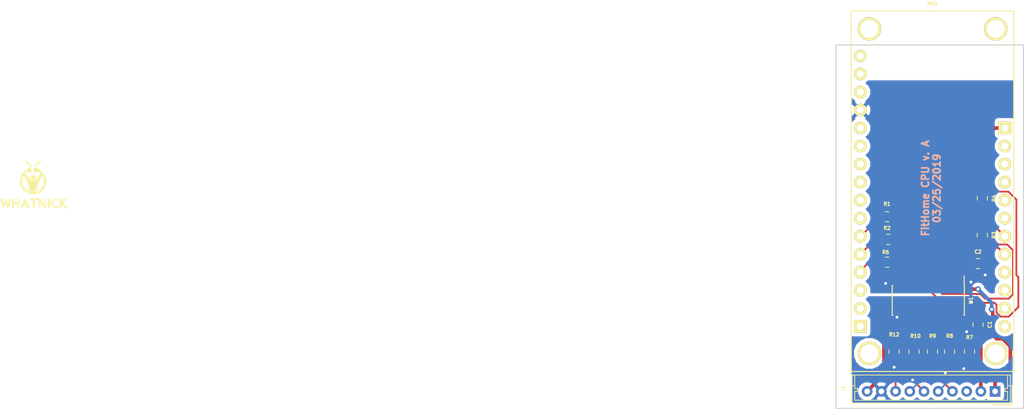
<source format=kicad_pcb>
(kicad_pcb (version 20171130) (host pcbnew "(5.0.1-3-g963ef8bb5)")

  (general
    (thickness 1.6)
    (drawings 8)
    (tracks 134)
    (zones 0)
    (modules 16)
    (nets 25)
  )

  (page A4)
  (layers
    (0 F.Cu signal)
    (31 B.Cu signal)
    (32 B.Adhes user hide)
    (33 F.Adhes user hide)
    (34 B.Paste user hide)
    (35 F.Paste user hide)
    (36 B.SilkS user)
    (37 F.SilkS user)
    (38 B.Mask user hide)
    (39 F.Mask user hide)
    (40 Dwgs.User user hide)
    (41 Cmts.User user hide)
    (42 Eco1.User user hide)
    (43 Eco2.User user hide)
    (44 Edge.Cuts user)
    (45 Margin user hide)
    (46 B.CrtYd user hide)
    (47 F.CrtYd user)
    (48 B.Fab user hide)
    (49 F.Fab user hide)
  )

  (setup
    (last_trace_width 0.25)
    (user_trace_width 0.5)
    (trace_clearance 0.15)
    (zone_clearance 0.508)
    (zone_45_only no)
    (trace_min 0.15)
    (segment_width 0.2)
    (edge_width 0.15)
    (via_size 0.8)
    (via_drill 0.4)
    (via_min_size 0.4)
    (via_min_drill 0.3)
    (uvia_size 0.3)
    (uvia_drill 0.1)
    (uvias_allowed no)
    (uvia_min_size 0.2)
    (uvia_min_drill 0.1)
    (pcb_text_width 0.3)
    (pcb_text_size 1.5 1.5)
    (mod_edge_width 0.15)
    (mod_text_size 0.5 0.5)
    (mod_text_width 0.125)
    (pad_size 1.524 1.524)
    (pad_drill 0.762)
    (pad_to_mask_clearance 0.2)
    (solder_mask_min_width 0.25)
    (aux_axis_origin 0 0)
    (grid_origin 130.302 80.137)
    (visible_elements 7FFFFFFF)
    (pcbplotparams
      (layerselection 0x010fc_ffffffff)
      (usegerberextensions true)
      (usegerberattributes true)
      (usegerberadvancedattributes true)
      (creategerberjobfile true)
      (excludeedgelayer true)
      (linewidth 0.100000)
      (plotframeref false)
      (viasonmask false)
      (mode 1)
      (useauxorigin false)
      (hpglpennumber 1)
      (hpglpenspeed 20)
      (hpglpendiameter 15.000000)
      (psnegative false)
      (psa4output false)
      (plotreference true)
      (plotvalue true)
      (plotinvisibletext false)
      (padsonsilk false)
      (subtractmaskfromsilk false)
      (outputformat 1)
      (mirror false)
      (drillshape 0)
      (scaleselection 1)
      (outputdirectory "gerbers"))
  )

  (net 0 "")
  (net 1 "Net-(R6-Pad1)")
  (net 2 "Net-(R12-Pad2)")
  (net 3 "Net-(R10-Pad2)")
  (net 4 "Net-(R9-Pad2)")
  (net 5 "Net-(R8-Pad2)")
  (net 6 "Net-(R7-Pad2)")
  (net 7 "Net-(R4-Pad1)")
  (net 8 "Net-(R3-Pad1)")
  (net 9 "Net-(R2-Pad1)")
  (net 10 "Net-(R1-Pad1)")
  (net 11 3V3_M)
  (net 12 GND_M)
  (net 13 GND_CPU)
  (net 14 3V3_CPU)
  (net 15 MISO_C)
  (net 16 MOSI_C)
  (net 17 CLK_C)
  (net 18 CS0_C)
  (net 19 CS1_C)
  (net 20 SCLK_M)
  (net 21 MOSI_M)
  (net 22 CS0_M)
  (net 23 CS1_M)
  (net 24 MISO_M)

  (net_class Default "This is the default net class."
    (clearance 0.15)
    (trace_width 0.25)
    (via_dia 0.8)
    (via_drill 0.4)
    (uvia_dia 0.3)
    (uvia_drill 0.1)
    (add_net 3V3_CPU)
    (add_net 3V3_M)
    (add_net CLK_C)
    (add_net CS0_C)
    (add_net CS0_M)
    (add_net CS1_C)
    (add_net CS1_M)
    (add_net GND_CPU)
    (add_net GND_M)
    (add_net MISO_C)
    (add_net MISO_M)
    (add_net MOSI_C)
    (add_net MOSI_M)
    (add_net "Net-(R1-Pad1)")
    (add_net "Net-(R10-Pad2)")
    (add_net "Net-(R12-Pad2)")
    (add_net "Net-(R2-Pad1)")
    (add_net "Net-(R3-Pad1)")
    (add_net "Net-(R4-Pad1)")
    (add_net "Net-(R6-Pad1)")
    (add_net "Net-(R7-Pad2)")
    (add_net "Net-(R8-Pad2)")
    (add_net "Net-(R9-Pad2)")
    (add_net SCLK_M)
  )

  (net_class Power ""
    (clearance 0.5)
    (trace_width 0.5)
    (via_dia 0.8)
    (via_drill 0.4)
    (uvia_dia 0.3)
    (uvia_drill 0.1)
  )

  (module HappyDayEnergyMonitor:ADAFRUIT_FEATHER (layer F.Cu) (tedit 5C9782B9) (tstamp 5CB04494)
    (at 168.902 34.737 270)
    (path /5C90808C)
    (fp_text reference MS1 (at -26.416 0) (layer F.SilkS)
      (effects (font (size 0.5 0.5) (thickness 0.125)))
    )
    (fp_text value ADAFRUIT_FEATHERWING_FitHome (at -24.384 0) (layer F.Fab) hide
      (effects (font (size 0.5 0.5) (thickness 0.125)))
    )
    (fp_line (start -25.4 -11.43) (end -25.4 11.43) (layer F.SilkS) (width 0.15))
    (fp_line (start -25.4 11.43) (end 25.4 11.43) (layer F.SilkS) (width 0.15))
    (fp_line (start 25.4 11.43) (end 25.4 -11.43) (layer F.SilkS) (width 0.15))
    (fp_line (start 25.4 -11.43) (end -25.4 -11.43) (layer F.SilkS) (width 0.15))
    (pad "" thru_hole circle (at -22.86 -8.89 270) (size 3.302 3.302) (drill 2.54) (layers *.Cu *.Mask F.SilkS))
    (pad "" thru_hole circle (at -22.86 8.89 270) (size 3.302 3.302) (drill 2.54) (layers *.Cu *.Mask F.SilkS))
    (pad "" thru_hole circle (at 22.86 8.89 270) (size 3.302 3.302) (drill 2.54) (layers *.Cu *.Mask F.SilkS))
    (pad "" thru_hole circle (at 22.86 -8.89 270) (size 3.302 3.302) (drill 2.54) (layers *.Cu *.Mask F.SilkS))
    (pad 1 thru_hole circle (at -19.05 10.16 270) (size 1.778 1.778) (drill 0.9906) (layers *.Cu *.Mask F.SilkS))
    (pad 2 thru_hole circle (at -16.51 10.16 270) (size 1.778 1.778) (drill 0.9906) (layers *.Cu *.Mask F.SilkS))
    (pad 3 thru_hole circle (at -13.97 10.16 270) (size 1.778 1.778) (drill 0.9906) (layers *.Cu *.Mask F.SilkS))
    (pad 4 thru_hole circle (at -11.43 10.16 270) (size 1.778 1.778) (drill 0.9906) (layers *.Cu *.Mask F.SilkS)
      (net 13 GND_CPU))
    (pad 5 thru_hole circle (at -8.89 10.16 270) (size 1.778 1.778) (drill 0.9906) (layers *.Cu *.Mask F.SilkS))
    (pad 6 thru_hole circle (at -6.35 10.16 270) (size 1.778 1.778) (drill 0.9906) (layers *.Cu *.Mask F.SilkS))
    (pad 7 thru_hole circle (at -3.81 10.16 270) (size 1.778 1.778) (drill 0.9906) (layers *.Cu *.Mask F.SilkS))
    (pad 8 thru_hole circle (at -1.27 10.16 270) (size 1.778 1.778) (drill 0.9906) (layers *.Cu *.Mask F.SilkS))
    (pad 9 thru_hole circle (at 1.27 10.16 270) (size 1.778 1.778) (drill 0.9906) (layers *.Cu *.Mask F.SilkS))
    (pad 10 thru_hole circle (at 3.81 10.16 270) (size 1.778 1.778) (drill 0.9906) (layers *.Cu *.Mask F.SilkS))
    (pad 11 thru_hole circle (at 6.35 10.16 270) (size 1.778 1.778) (drill 0.9906) (layers *.Cu *.Mask F.SilkS)
      (net 17 CLK_C))
    (pad 12 thru_hole circle (at 8.89 10.16 270) (size 1.778 1.778) (drill 0.9906) (layers *.Cu *.Mask F.SilkS)
      (net 16 MOSI_C))
    (pad 13 thru_hole circle (at 11.43 10.16 270) (size 1.778 1.778) (drill 0.9906) (layers *.Cu *.Mask F.SilkS)
      (net 15 MISO_C))
    (pad 14 thru_hole circle (at 13.97 10.16 270) (size 1.778 1.778) (drill 0.9906) (layers *.Cu *.Mask F.SilkS))
    (pad 15 thru_hole circle (at 16.51 10.16 270) (size 1.778 1.778) (drill 0.9906) (layers *.Cu *.Mask F.SilkS))
    (pad 16 thru_hole rect (at 19.05 10.16 270) (size 1.778 1.778) (drill 0.9906) (layers *.Cu *.Mask F.SilkS))
    (pad 27 thru_hole circle (at -6.35 -10.16 270) (size 1.778 1.778) (drill 0.9906) (layers *.Cu *.Mask F.SilkS))
    (pad 28 thru_hole rect (at -8.89 -10.16 270) (size 1.778 1.778) (drill 0.9906) (layers *.Cu *.Mask F.SilkS)
      (net 14 3V3_CPU))
    (pad 26 thru_hole circle (at -3.81 -10.16 270) (size 1.778 1.778) (drill 0.9906) (layers *.Cu *.Mask F.SilkS))
    (pad 25 thru_hole circle (at -1.27 -10.16 270) (size 1.778 1.778) (drill 0.9906) (layers *.Cu *.Mask F.SilkS))
    (pad 24 thru_hole circle (at 1.27 -10.16 270) (size 1.778 1.778) (drill 0.9906) (layers *.Cu *.Mask F.SilkS))
    (pad 23 thru_hole circle (at 3.81 -10.16 270) (size 1.778 1.778) (drill 0.9906) (layers *.Cu *.Mask F.SilkS))
    (pad 22 thru_hole circle (at 6.35 -10.16 270) (size 1.778 1.778) (drill 0.9906) (layers *.Cu *.Mask F.SilkS)
      (net 19 CS1_C))
    (pad 21 thru_hole circle (at 8.89 -10.16 270) (size 1.778 1.778) (drill 0.9906) (layers *.Cu *.Mask F.SilkS)
      (net 18 CS0_C))
    (pad 20 thru_hole circle (at 11.43 -10.16 270) (size 1.778 1.778) (drill 0.9906) (layers *.Cu *.Mask F.SilkS))
    (pad 19 thru_hole circle (at 13.97 -10.16 270) (size 1.778 1.778) (drill 0.9906) (layers *.Cu *.Mask F.SilkS))
    (pad 18 thru_hole circle (at 16.51 -10.16 270) (size 1.778 1.778) (drill 0.9906) (layers *.Cu *.Mask F.SilkS))
    (pad 17 thru_hole circle (at 19.05 -10.16 270) (size 1.778 1.778) (drill 0.9906) (layers *.Cu *.Mask F.SilkS))
  )

  (module Capacitor_SMD:C_0805_2012Metric (layer F.Cu) (tedit 5B36C52B) (tstamp 5CB0444C)
    (at 175.302 53.537 270)
    (descr "Capacitor SMD 0805 (2012 Metric), square (rectangular) end terminal, IPC_7351 nominal, (Body size source: https://docs.google.com/spreadsheets/d/1BsfQQcO9C6DZCsRaXUlFlo91Tg2WpOkGARC1WS5S8t0/edit?usp=sharing), generated with kicad-footprint-generator")
    (tags capacitor)
    (path /59F54AF1)
    (attr smd)
    (fp_text reference C1 (at 0 -1.65 270) (layer F.SilkS)
      (effects (font (size 0.5 0.5) (thickness 0.125)))
    )
    (fp_text value .1u (at 0 1.65 270) (layer F.Fab)
      (effects (font (size 0.5 0.5) (thickness 0.125)))
    )
    (fp_line (start -1 0.6) (end -1 -0.6) (layer F.Fab) (width 0.1))
    (fp_line (start -1 -0.6) (end 1 -0.6) (layer F.Fab) (width 0.1))
    (fp_line (start 1 -0.6) (end 1 0.6) (layer F.Fab) (width 0.1))
    (fp_line (start 1 0.6) (end -1 0.6) (layer F.Fab) (width 0.1))
    (fp_line (start -0.258578 -0.71) (end 0.258578 -0.71) (layer F.SilkS) (width 0.12))
    (fp_line (start -0.258578 0.71) (end 0.258578 0.71) (layer F.SilkS) (width 0.12))
    (fp_line (start -1.68 0.95) (end -1.68 -0.95) (layer F.CrtYd) (width 0.05))
    (fp_line (start -1.68 -0.95) (end 1.68 -0.95) (layer F.CrtYd) (width 0.05))
    (fp_line (start 1.68 -0.95) (end 1.68 0.95) (layer F.CrtYd) (width 0.05))
    (fp_line (start 1.68 0.95) (end -1.68 0.95) (layer F.CrtYd) (width 0.05))
    (fp_text user %R (at 0 0 270) (layer F.Fab)
      (effects (font (size 0.5 0.5) (thickness 0.125)))
    )
    (pad 1 smd roundrect (at -0.9375 0 270) (size 0.975 1.4) (layers F.Cu F.Paste F.Mask) (roundrect_rratio 0.25)
      (net 11 3V3_M))
    (pad 2 smd roundrect (at 0.9375 0 270) (size 0.975 1.4) (layers F.Cu F.Paste F.Mask) (roundrect_rratio 0.25)
      (net 12 GND_M))
    (model ${KISYS3DMOD}/Capacitor_SMD.3dshapes/C_0805_2012Metric.wrl
      (at (xyz 0 0 0))
      (scale (xyz 1 1 1))
      (rotate (xyz 0 0 0))
    )
  )

  (module Capacitor_SMD:C_0805_2012Metric (layer F.Cu) (tedit 5B36C52B) (tstamp 5CA44BD8)
    (at 175.302 44.937)
    (descr "Capacitor SMD 0805 (2012 Metric), square (rectangular) end terminal, IPC_7351 nominal, (Body size source: https://docs.google.com/spreadsheets/d/1BsfQQcO9C6DZCsRaXUlFlo91Tg2WpOkGARC1WS5S8t0/edit?usp=sharing), generated with kicad-footprint-generator")
    (tags capacitor)
    (path /59F54B5F)
    (attr smd)
    (fp_text reference C2 (at 0 -1.65) (layer F.SilkS)
      (effects (font (size 0.5 0.5) (thickness 0.125)))
    )
    (fp_text value .1u (at 0 1.65) (layer F.Fab)
      (effects (font (size 0.5 0.5) (thickness 0.125)))
    )
    (fp_text user %R (at 0 0) (layer F.Fab)
      (effects (font (size 0.5 0.5) (thickness 0.125)))
    )
    (fp_line (start 1.68 0.95) (end -1.68 0.95) (layer F.CrtYd) (width 0.05))
    (fp_line (start 1.68 -0.95) (end 1.68 0.95) (layer F.CrtYd) (width 0.05))
    (fp_line (start -1.68 -0.95) (end 1.68 -0.95) (layer F.CrtYd) (width 0.05))
    (fp_line (start -1.68 0.95) (end -1.68 -0.95) (layer F.CrtYd) (width 0.05))
    (fp_line (start -0.258578 0.71) (end 0.258578 0.71) (layer F.SilkS) (width 0.12))
    (fp_line (start -0.258578 -0.71) (end 0.258578 -0.71) (layer F.SilkS) (width 0.12))
    (fp_line (start 1 0.6) (end -1 0.6) (layer F.Fab) (width 0.1))
    (fp_line (start 1 -0.6) (end 1 0.6) (layer F.Fab) (width 0.1))
    (fp_line (start -1 -0.6) (end 1 -0.6) (layer F.Fab) (width 0.1))
    (fp_line (start -1 0.6) (end -1 -0.6) (layer F.Fab) (width 0.1))
    (pad 2 smd roundrect (at 0.9375 0) (size 0.975 1.4) (layers F.Cu F.Paste F.Mask) (roundrect_rratio 0.25)
      (net 13 GND_CPU))
    (pad 1 smd roundrect (at -0.9375 0) (size 0.975 1.4) (layers F.Cu F.Paste F.Mask) (roundrect_rratio 0.25)
      (net 14 3V3_CPU))
    (model ${KISYS3DMOD}/Capacitor_SMD.3dshapes/C_0805_2012Metric.wrl
      (at (xyz 0 0 0))
      (scale (xyz 1 1 1))
      (rotate (xyz 0 0 0))
    )
  )

  (module Whatnick_logo:Whatnick_logo (layer F.Cu) (tedit 0) (tstamp 5CB0446C)
    (at 42.406001 33.736249)
    (path /59F5EAB7)
    (fp_text reference G1 (at 0 0) (layer F.SilkS) hide
      (effects (font (size 0.5 0.5) (thickness 0.125)))
    )
    (fp_text value LOGO (at 0.75 0) (layer F.SilkS) hide
      (effects (font (size 0.5 0.5) (thickness 0.125)))
    )
    (fp_poly (pts (xy -3.139967 2.050986) (xy -3.127412 2.13222) (xy -3.138411 2.174875) (xy -3.173829 2.301354)
      (xy -3.231098 2.511273) (xy -3.299515 2.765312) (xy -3.319914 2.841625) (xy -3.412672 3.143069)
      (xy -3.498898 3.319439) (xy -3.582272 3.372245) (xy -3.666477 3.303001) (xy -3.755194 3.11322)
      (xy -3.783532 3.032125) (xy -3.89427 2.69875) (xy -4.000455 3.01625) (xy -4.096008 3.245617)
      (xy -4.18731 3.348071) (xy -4.275109 3.32359) (xy -4.360155 3.172154) (xy -4.414639 3.00446)
      (xy -4.489523 2.743171) (xy -4.568487 2.480099) (xy -4.6081 2.354063) (xy -4.66191 2.183617)
      (xy -4.694518 2.072631) (xy -4.699 2.052438) (xy -4.644426 2.037124) (xy -4.538258 2.032)
      (xy -4.439541 2.040694) (xy -4.37695 2.08464) (xy -4.335896 2.190629) (xy -4.301792 2.385454)
      (xy -4.286916 2.493604) (xy -4.253461 2.661535) (xy -4.212961 2.75506) (xy -4.19109 2.762305)
      (xy -4.144699 2.686966) (xy -4.081852 2.527402) (xy -4.03218 2.371611) (xy -3.970187 2.191931)
      (xy -3.91369 2.084832) (xy -3.880487 2.071159) (xy -3.836589 2.157822) (xy -3.770979 2.326456)
      (xy -3.710097 2.503701) (xy -3.58775 2.880152) (xy -3.49428 2.456076) (xy -3.439798 2.229966)
      (xy -3.391181 2.101957) (xy -3.33276 2.044989) (xy -3.248868 2.032) (xy -3.248749 2.032)
      (xy -3.139967 2.050986)) (layer F.SilkS) (width 0.01))
    (fp_poly (pts (xy -2.052282 2.036458) (xy -2.008744 2.064917) (xy -1.983715 2.14) (xy -1.972071 2.284331)
      (xy -1.968692 2.520534) (xy -1.9685 2.69875) (xy -1.96951 2.995433) (xy -1.975953 3.187741)
      (xy -1.992951 3.298298) (xy -2.025627 3.349727) (xy -2.079103 3.364653) (xy -2.11945 3.3655)
      (xy -2.210942 3.355299) (xy -2.249081 3.302216) (xy -2.247881 3.172524) (xy -2.238192 3.07975)
      (xy -2.205984 2.794) (xy -2.747017 2.794) (xy -2.714809 3.07975) (xy -2.70043 3.255121)
      (xy -2.719058 3.338645) (xy -2.784705 3.364046) (xy -2.833551 3.3655) (xy -2.900719 3.361041)
      (xy -2.944257 3.332582) (xy -2.969286 3.257499) (xy -2.98093 3.113168) (xy -2.984309 2.876965)
      (xy -2.9845 2.69875) (xy -2.983491 2.402066) (xy -2.977048 2.209758) (xy -2.96005 2.099201)
      (xy -2.927374 2.047772) (xy -2.873898 2.032846) (xy -2.833551 2.032) (xy -2.742059 2.0422)
      (xy -2.70392 2.095283) (xy -2.70512 2.224975) (xy -2.714809 2.31775) (xy -2.747017 2.6035)
      (xy -2.205984 2.6035) (xy -2.238192 2.31775) (xy -2.252571 2.142378) (xy -2.233943 2.058854)
      (xy -2.168296 2.033453) (xy -2.11945 2.032) (xy -2.052282 2.036458)) (layer F.SilkS) (width 0.01))
    (fp_poly (pts (xy -1.121452 2.124131) (xy -1.039022 2.28314) (xy -0.927622 2.507192) (xy -0.820307 2.728692)
      (xy -0.515165 3.3655) (xy -0.694145 3.3655) (xy -0.826971 3.343007) (xy -0.892367 3.24995)
      (xy -0.912002 3.171118) (xy -0.949458 3.044022) (xy -1.021008 2.994643) (xy -1.170564 2.995127)
      (xy -1.187306 2.996493) (xy -1.353572 3.027228) (xy -1.43515 3.100291) (xy -1.460504 3.175)
      (xy -1.533056 3.305275) (xy -1.676307 3.35451) (xy -1.795182 3.353725) (xy -1.829212 3.32276)
      (xy -1.792393 3.247108) (xy -1.712901 3.082866) (xy -1.603214 2.855841) (xy -1.515815 2.674749)
      (xy -1.265854 2.674749) (xy -1.214931 2.727735) (xy -1.180695 2.7305) (xy -1.118527 2.683959)
      (xy -1.126005 2.598132) (xy -1.163634 2.513053) (xy -1.211111 2.545513) (xy -1.214338 2.550507)
      (xy -1.265854 2.674749) (xy -1.515815 2.674749) (xy -1.501091 2.644242) (xy -1.376648 2.395871)
      (xy -1.27013 2.201069) (xy -1.193958 2.081437) (xy -1.162273 2.05506) (xy -1.121452 2.124131)) (layer F.SilkS) (width 0.01))
    (fp_poly (pts (xy 1.202071 2.4765) (xy 1.354215 2.675835) (xy 1.478518 2.828921) (xy 1.555644 2.912356)
      (xy 1.569262 2.921) (xy 1.58244 2.863142) (xy 1.582754 2.710826) (xy 1.570248 2.495933)
      (xy 1.568654 2.4765) (xy 1.551515 2.244562) (xy 1.553011 2.111584) (xy 1.579433 2.050128)
      (xy 1.637074 2.032753) (xy 1.670569 2.032) (xy 1.732541 2.038103) (xy 1.772717 2.071469)
      (xy 1.795811 2.154678) (xy 1.806536 2.310314) (xy 1.809608 2.560957) (xy 1.80975 2.69875)
      (xy 1.808291 2.995908) (xy 1.800947 3.188594) (xy 1.783262 3.299328) (xy 1.750784 3.350628)
      (xy 1.699058 3.365014) (xy 1.677882 3.3655) (xy 1.554455 3.308495) (xy 1.387193 3.136297)
      (xy 1.265132 2.977115) (xy 0.98425 2.588731) (xy 0.965344 2.977115) (xy 0.949597 3.193639)
      (xy 0.922213 3.311483) (xy 0.872776 3.358959) (xy 0.822469 3.3655) (xy 0.763357 3.355179)
      (xy 0.72669 3.308102) (xy 0.70719 3.200094) (xy 0.69958 3.006983) (xy 0.6985 2.797747)
      (xy 0.687583 2.478493) (xy 0.656151 2.265206) (xy 0.606178 2.16382) (xy 0.539639 2.180272)
      (xy 0.5074 2.22347) (xy 0.412588 2.274591) (xy 0.323999 2.2693) (xy 0.260547 2.259458)
      (xy 0.221233 2.285699) (xy 0.200294 2.370926) (xy 0.191971 2.538039) (xy 0.1905 2.799944)
      (xy 0.189014 3.068854) (xy 0.180194 3.235315) (xy 0.157494 3.323877) (xy 0.114371 3.359087)
      (xy 0.044279 3.365495) (xy 0.039722 3.3655) (xy -0.031129 3.361138) (xy -0.073732 3.331867)
      (xy -0.093056 3.253406) (xy -0.094074 3.101472) (xy -0.081754 2.851786) (xy -0.078209 2.789421)
      (xy -0.045363 2.213342) (xy -0.272373 2.25593) (xy -0.420014 2.276924) (xy -0.474543 2.253714)
      (xy -0.466278 2.171994) (xy -0.464536 2.165258) (xy -0.440113 2.105101) (xy -0.388676 2.066379)
      (xy -0.286151 2.044413) (xy -0.108462 2.034522) (xy 0.168465 2.032026) (xy 0.220925 2.032)
      (xy 0.871537 2.032) (xy 1.202071 2.4765)) (layer F.SilkS) (width 0.01))
    (fp_poly (pts (xy 2.238472 2.03754) (xy 2.279699 2.06923) (xy 2.303399 2.14967) (xy 2.314414 2.301462)
      (xy 2.317589 2.547207) (xy 2.31775 2.69875) (xy 2.316562 2.995539) (xy 2.309772 3.187932)
      (xy 2.292534 3.298531) (xy 2.260008 3.349936) (xy 2.207348 3.364749) (xy 2.174875 3.3655)
      (xy 2.111277 3.359959) (xy 2.07005 3.328269) (xy 2.04635 3.247829) (xy 2.035335 3.096037)
      (xy 2.03216 2.850292) (xy 2.032 2.69875) (xy 2.033187 2.40196) (xy 2.039977 2.209567)
      (xy 2.057215 2.098968) (xy 2.089741 2.047563) (xy 2.142401 2.03275) (xy 2.174875 2.032)
      (xy 2.238472 2.03754)) (layer F.SilkS) (width 0.01))
    (fp_poly (pts (xy 3.390689 2.055656) (xy 3.516345 2.126785) (xy 3.556 2.230503) (xy 3.532733 2.324778)
      (xy 3.446474 2.317046) (xy 3.444875 2.316377) (xy 3.18242 2.252206) (xy 2.972106 2.292299)
      (xy 2.829329 2.428211) (xy 2.769486 2.651495) (xy 2.7686 2.68741) (xy 2.81818 2.931644)
      (xy 2.950982 3.098107) (xy 3.143094 3.171833) (xy 3.370606 3.137857) (xy 3.438239 3.106555)
      (xy 3.531422 3.071041) (xy 3.551684 3.127873) (xy 3.545189 3.18593) (xy 3.517647 3.274046)
      (xy 3.444879 3.322134) (xy 3.293484 3.345955) (xy 3.191292 3.352928) (xy 2.978002 3.355098)
      (xy 2.839176 3.321319) (xy 2.72415 3.237372) (xy 2.70175 3.215522) (xy 2.531912 2.970243)
      (xy 2.485511 2.704765) (xy 2.562942 2.430361) (xy 2.668371 2.266928) (xy 2.81682 2.142413)
      (xy 3.008384 2.064805) (xy 3.210521 2.035441) (xy 3.390689 2.055656)) (layer F.SilkS) (width 0.01))
    (fp_poly (pts (xy 3.948594 2.040658) (xy 3.988726 2.08972) (xy 3.983589 2.213813) (xy 3.97096 2.301875)
      (xy 3.930257 2.57175) (xy 4.12242 2.3495) (xy 4.23744 2.20739) (xy 4.307026 2.103938)
      (xy 4.316291 2.079625) (xy 4.372937 2.046504) (xy 4.507537 2.032024) (xy 4.513896 2.032)
      (xy 4.709793 2.032) (xy 4.450213 2.326898) (xy 4.305658 2.511371) (xy 4.239163 2.643231)
      (xy 4.242956 2.692023) (xy 4.308908 2.777057) (xy 4.426056 2.925263) (xy 4.536539 3.063875)
      (xy 4.777798 3.3655) (xy 4.584828 3.3655) (xy 4.431511 3.336585) (xy 4.312088 3.229291)
      (xy 4.258911 3.150388) (xy 4.145143 2.987088) (xy 4.036622 2.862645) (xy 4.020983 2.848763)
      (xy 3.959909 2.808698) (xy 3.936316 2.838415) (xy 3.943625 2.960039) (xy 3.957035 3.063875)
      (xy 3.977427 3.245072) (xy 3.965245 3.333769) (xy 3.90777 3.362902) (xy 3.840535 3.3655)
      (xy 3.683 3.3655) (xy 3.683 2.032) (xy 3.847331 2.032) (xy 3.948594 2.040658)) (layer F.SilkS) (width 0.01))
    (fp_poly (pts (xy -0.382034 -2.393553) (xy -0.334221 -2.279067) (xy -0.31821 -2.056023) (xy -0.3175 -1.964221)
      (xy -0.319576 -1.731499) (xy -0.331622 -1.600969) (xy -0.362369 -1.547828) (xy -0.420545 -1.547276)
      (xy -0.460375 -1.558286) (xy -0.615577 -1.629721) (xy -0.693099 -1.686432) (xy -0.772474 -1.732903)
      (xy -0.869612 -1.704681) (xy -0.96269 -1.643745) (xy -1.142433 -1.515757) (xy -0.759327 -1.012489)
      (xy -0.505609 -0.70693) (xy -0.286868 -0.517166) (xy -0.086733 -0.443246) (xy 0.111162 -0.485224)
      (xy 0.323188 -0.64315) (xy 0.565712 -0.917074) (xy 0.643072 -1.016882) (xy 0.810044 -1.239438)
      (xy 0.909201 -1.38536) (xy 0.950371 -1.47852) (xy 0.943379 -1.542786) (xy 0.898051 -1.602029)
      (xy 0.888192 -1.612333) (xy 0.807454 -1.683478) (xy 0.725837 -1.699102) (xy 0.595997 -1.661169)
      (xy 0.511255 -1.627962) (xy 0.346296 -1.567989) (xy 0.260857 -1.560666) (xy 0.219376 -1.604923)
      (xy 0.213557 -1.619005) (xy 0.126876 -1.699526) (xy 0.056706 -1.7145) (xy -0.042459 -1.756079)
      (xy -0.0635 -1.80975) (xy -0.010561 -1.887322) (xy 0.0635 -1.905) (xy 0.166685 -1.931593)
      (xy 0.1905 -1.9685) (xy 0.137315 -2.020093) (xy 0.0635 -2.032) (xy -0.039929 -2.071705)
      (xy -0.0635 -2.12725) (xy -0.010561 -2.204822) (xy 0.0635 -2.2225) (xy 0.169154 -2.265106)
      (xy 0.1905 -2.324634) (xy 0.235011 -2.392248) (xy 0.350028 -2.388112) (xy 0.507777 -2.320912)
      (xy 0.680484 -2.199334) (xy 0.727914 -2.156565) (xy 0.891857 -2.005178) (xy 1.092862 -1.825906)
      (xy 1.195223 -1.736879) (xy 1.500228 -1.39942) (xy 1.699143 -1.017287) (xy 1.796153 -0.608798)
      (xy 1.795445 -0.192272) (xy 1.701205 0.213975) (xy 1.517621 0.591624) (xy 1.248878 0.922357)
      (xy 0.899163 1.187858) (xy 0.486083 1.365875) (xy 0.007182 1.449995) (xy -0.457288 1.410635)
      (xy -0.620917 1.367172) (xy -1.031295 1.174308) (xy -1.394305 0.873384) (xy -1.691924 0.479904)
      (xy -1.730424 0.41275) (xy -1.805062 0.249573) (xy -1.848605 0.068742) (xy -1.868338 -0.170626)
      (xy -1.871858 -0.381) (xy -1.854427 -0.620077) (xy -1.578965 -0.620077) (xy -1.574046 -0.227366)
      (xy -1.481271 0.158645) (xy -1.309082 0.504094) (xy -1.06592 0.775116) (xy -1.044424 0.791981)
      (xy -0.663842 1.008873) (xy -0.248775 1.117196) (xy 0.174815 1.115019) (xy 0.580964 1.00041)
      (xy 0.730399 0.924019) (xy 1.055944 0.666477) (xy 1.297047 0.338254) (xy 1.445953 -0.036077)
      (xy 1.494909 -0.431944) (xy 1.436159 -0.824774) (xy 1.350294 -1.04032) (xy 1.258005 -1.223389)
      (xy 1.099076 -0.94507) (xy 0.887545 -0.559853) (xy 0.734236 -0.240123) (xy 0.623478 0.051923)
      (xy 0.539605 0.354093) (xy 0.514557 0.465258) (xy 0.457484 0.718257) (xy 0.409575 0.874462)
      (xy 0.355302 0.961654) (xy 0.279137 1.007617) (xy 0.197878 1.031855) (xy -0.002864 1.054139)
      (xy -0.231725 1.040215) (xy -0.270586 1.033463) (xy -0.532761 0.981615) (xy -0.613561 0.54382)
      (xy -0.709249 0.180485) (xy -0.865359 -0.237209) (xy -1.063271 -0.664219) (xy -1.255586 -1.009253)
      (xy -1.387669 -1.224756) (xy -1.487585 -0.985623) (xy -1.578965 -0.620077) (xy -1.854427 -0.620077)
      (xy -1.838663 -0.836278) (xy -1.729544 -1.207802) (xy -1.534109 -1.520606) (xy -1.30384 -1.749432)
      (xy -1.110661 -1.912595) (xy -0.921627 -2.073419) (xy -0.85725 -2.128587) (xy -0.629452 -2.314021)
      (xy -0.475745 -2.403774) (xy -0.382034 -2.393553)) (layer F.SilkS) (width 0.01))
    (fp_poly (pts (xy 0.128247 -1.300182) (xy 0.256628 -1.185675) (xy 0.308002 -1.099533) (xy 0.349004 -0.91514)
      (xy 0.291837 -0.752904) (xy 0.165277 -0.631133) (xy -0.001903 -0.568133) (xy -0.180929 -0.582211)
      (xy -0.339409 -0.687626) (xy -0.433383 -0.869453) (xy -0.425282 -1.059107) (xy -0.330703 -1.220786)
      (xy -0.165238 -1.318689) (xy -0.0585 -1.332528) (xy 0.128247 -1.300182)) (layer F.SilkS) (width 0.01))
    (fp_poly (pts (xy -0.897461 -3.201998) (xy -0.710143 -3.089516) (xy -0.572906 -2.984222) (xy -0.523028 -2.922748)
      (xy -0.459054 -2.813043) (xy -0.346364 -2.671319) (xy -0.328062 -2.651125) (xy -0.231627 -2.532784)
      (xy -0.229645 -2.486885) (xy -0.324906 -2.513607) (xy -0.520202 -2.613133) (xy -0.621309 -2.670128)
      (xy -0.792145 -2.781466) (xy -0.897398 -2.876747) (xy -0.915997 -2.928692) (xy -0.929863 -3.011566)
      (xy -1.01362 -3.140013) (xy -1.056689 -3.189535) (xy -1.23825 -3.384248) (xy -0.897461 -3.201998)) (layer F.SilkS) (width 0.01))
    (fp_poly (pts (xy 1.104021 -3.325188) (xy 1.02759 -3.224454) (xy 0.959418 -3.150388) (xy 0.835308 -3.001895)
      (xy 0.814891 -2.920324) (xy 0.832347 -2.908135) (xy 0.818243 -2.869316) (xy 0.723528 -2.790641)
      (xy 0.5796 -2.692118) (xy 0.417853 -2.593755) (xy 0.269683 -2.515558) (xy 0.166488 -2.477534)
      (xy 0.155015 -2.4765) (xy 0.161444 -2.51618) (xy 0.238745 -2.615998) (xy 0.285115 -2.666338)
      (xy 0.387865 -2.793191) (xy 0.427745 -2.883974) (xy 0.422373 -2.900794) (xy 0.449988 -2.950573)
      (xy 0.55572 -3.040658) (xy 0.70702 -3.14905) (xy 0.871338 -3.25375) (xy 1.016124 -3.33276)
      (xy 1.107831 -3.364066) (xy 1.104021 -3.325188)) (layer F.SilkS) (width 0.01))
  )

  (module Connectors_Molex:Molex_MicroLatch-53253-1070_10x2.00mm_Straight (layer F.Cu) (tedit 58A28589) (tstamp 5CF94556)
    (at 177.702 62.937 180)
    (descr "Molex Micro-Latch connector, PN:53253-1070, top entry type, through hole")
    (tags "conn molex micro latch")
    (path /59F4FE2A)
    (fp_text reference J1 (at 21.4 0.4 270) (layer F.SilkS)
      (effects (font (size 0.5 0.5) (thickness 0.125)))
    )
    (fp_text value CONN_01X10 (at 9 -3 180) (layer F.Fab)
      (effects (font (size 0.5 0.5) (thickness 0.125)))
    )
    (fp_text user %R (at 9 1.5 180) (layer F.Fab)
      (effects (font (size 0.5 0.5) (thickness 0.125)))
    )
    (fp_line (start 19.75 0.4) (end 19.75 2.3) (layer F.SilkS) (width 0.12))
    (fp_line (start 19.35 0.4) (end 19.75 0.4) (layer F.SilkS) (width 0.12))
    (fp_line (start 19.35 0) (end 19.35 0.4) (layer F.SilkS) (width 0.12))
    (fp_line (start 19.75 0) (end 19.35 0) (layer F.SilkS) (width 0.12))
    (fp_line (start 19.75 -1.25) (end 19.75 0) (layer F.SilkS) (width 0.12))
    (fp_line (start 9 -1.25) (end 19.75 -1.25) (layer F.SilkS) (width 0.12))
    (fp_line (start -1.75 0.4) (end -1.75 2.3) (layer F.SilkS) (width 0.12))
    (fp_line (start -1.35 0.4) (end -1.75 0.4) (layer F.SilkS) (width 0.12))
    (fp_line (start -1.35 0) (end -1.35 0.4) (layer F.SilkS) (width 0.12))
    (fp_line (start -1.75 0) (end -1.35 0) (layer F.SilkS) (width 0.12))
    (fp_line (start -1.75 -1.25) (end -1.75 0) (layer F.SilkS) (width 0.12))
    (fp_line (start 9 -1.25) (end -1.75 -1.25) (layer F.SilkS) (width 0.12))
    (fp_line (start 20.15 0.8) (end 19.75 0.8) (layer F.SilkS) (width 0.12))
    (fp_line (start -2.15 0.8) (end -1.75 0.8) (layer F.SilkS) (width 0.12))
    (fp_line (start -2.4 -1.9) (end -2.4 0.85) (layer F.Fab) (width 0.1))
    (fp_line (start 0.35 -1.9) (end -2.4 -1.9) (layer F.Fab) (width 0.1))
    (fp_line (start -2.4 -1.9) (end -2.4 0.85) (layer F.SilkS) (width 0.12))
    (fp_line (start 0.35 -1.9) (end -2.4 -1.9) (layer F.SilkS) (width 0.12))
    (fp_line (start 20.15 -1.65) (end -2.15 -1.65) (layer F.SilkS) (width 0.12))
    (fp_line (start 20.15 2.3) (end 20.15 -1.65) (layer F.SilkS) (width 0.12))
    (fp_line (start -2.15 2.3) (end 20.15 2.3) (layer F.SilkS) (width 0.12))
    (fp_line (start -2.15 -1.65) (end -2.15 2.3) (layer F.SilkS) (width 0.12))
    (fp_line (start 20.6 -2.1) (end -2.6 -2.1) (layer F.CrtYd) (width 0.05))
    (fp_line (start 20.6 2.75) (end 20.6 -2.1) (layer F.CrtYd) (width 0.05))
    (fp_line (start -2.6 2.75) (end 20.6 2.75) (layer F.CrtYd) (width 0.05))
    (fp_line (start -2.6 -2.1) (end -2.6 2.75) (layer F.CrtYd) (width 0.05))
    (fp_line (start 20 -1.5) (end -2 -1.5) (layer F.Fab) (width 0.1))
    (fp_line (start 20 2.15) (end 20 -1.5) (layer F.Fab) (width 0.1))
    (fp_line (start -2 2.15) (end 20 2.15) (layer F.Fab) (width 0.1))
    (fp_line (start -2 -1.5) (end -2 2.15) (layer F.Fab) (width 0.1))
    (pad 10 thru_hole circle (at 18 0 180) (size 1.5 1.5) (drill 0.8) (layers *.Cu *.Mask)
      (net 11 3V3_M))
    (pad 9 thru_hole circle (at 16 0 180) (size 1.5 1.5) (drill 0.8) (layers *.Cu *.Mask)
      (net 12 GND_M))
    (pad 8 thru_hole circle (at 14 0 180) (size 1.5 1.5) (drill 0.8) (layers *.Cu *.Mask)
      (net 23 CS1_M))
    (pad 7 thru_hole circle (at 12 0 180) (size 1.5 1.5) (drill 0.8) (layers *.Cu *.Mask)
      (net 21 MOSI_M))
    (pad 6 thru_hole circle (at 10 0 180) (size 1.5 1.5) (drill 0.8) (layers *.Cu *.Mask)
      (net 24 MISO_M))
    (pad 5 thru_hole circle (at 8 0 180) (size 1.5 1.5) (drill 0.8) (layers *.Cu *.Mask)
      (net 20 SCLK_M))
    (pad 4 thru_hole circle (at 6 0 180) (size 1.5 1.5) (drill 0.8) (layers *.Cu *.Mask)
      (net 22 CS0_M))
    (pad 3 thru_hole circle (at 4 0 180) (size 1.5 1.5) (drill 0.8) (layers *.Cu *.Mask))
    (pad 2 thru_hole circle (at 2 0 180) (size 1.5 1.5) (drill 0.8) (layers *.Cu *.Mask)
      (net 13 GND_CPU))
    (pad 1 thru_hole rect (at 0 0 180) (size 1.5 1.5) (drill 0.8) (layers *.Cu *.Mask)
      (net 14 3V3_CPU))
    (model ${KISYS3DMOD}/Connectors_Molex.3dshapes/Molex_MicroLatch-53253-1070_10x2.00mm_Straight.wrl
      (at (xyz 0 0 0))
      (scale (xyz 1 1 1))
      (rotate (xyz 0 0 0))
    )
  )

  (module Housings_SOIC:SOIC-16_3.9x9.9mm_Pitch1.27mm (layer F.Cu) (tedit 58CC8F64) (tstamp 5CA43DC9)
    (at 168.302 50.137 270)
    (descr "16-Lead Plastic Small Outline (SL) - Narrow, 3.90 mm Body [SOIC] (see Microchip Packaging Specification 00000049BS.pdf)")
    (tags "SOIC 1.27")
    (path /59E7536C)
    (attr smd)
    (fp_text reference U1 (at 0 -6 270) (layer F.SilkS)
      (effects (font (size 0.5 0.5) (thickness 0.125)))
    )
    (fp_text value SI8661AB-B-IS1 (at 0 6 270) (layer F.Fab)
      (effects (font (size 0.5 0.5) (thickness 0.125)))
    )
    (fp_line (start -2.075 -5.05) (end -3.45 -5.05) (layer F.SilkS) (width 0.15))
    (fp_line (start -2.075 5.075) (end 2.075 5.075) (layer F.SilkS) (width 0.15))
    (fp_line (start -2.075 -5.075) (end 2.075 -5.075) (layer F.SilkS) (width 0.15))
    (fp_line (start -2.075 5.075) (end -2.075 4.97) (layer F.SilkS) (width 0.15))
    (fp_line (start 2.075 5.075) (end 2.075 4.97) (layer F.SilkS) (width 0.15))
    (fp_line (start 2.075 -5.075) (end 2.075 -4.97) (layer F.SilkS) (width 0.15))
    (fp_line (start -2.075 -5.075) (end -2.075 -5.05) (layer F.SilkS) (width 0.15))
    (fp_line (start -3.7 5.25) (end 3.7 5.25) (layer F.CrtYd) (width 0.05))
    (fp_line (start -3.7 -5.25) (end 3.7 -5.25) (layer F.CrtYd) (width 0.05))
    (fp_line (start 3.7 -5.25) (end 3.7 5.25) (layer F.CrtYd) (width 0.05))
    (fp_line (start -3.7 -5.25) (end -3.7 5.25) (layer F.CrtYd) (width 0.05))
    (fp_line (start -1.95 -3.95) (end -0.95 -4.95) (layer F.Fab) (width 0.15))
    (fp_line (start -1.95 4.95) (end -1.95 -3.95) (layer F.Fab) (width 0.15))
    (fp_line (start 1.95 4.95) (end -1.95 4.95) (layer F.Fab) (width 0.15))
    (fp_line (start 1.95 -4.95) (end 1.95 4.95) (layer F.Fab) (width 0.15))
    (fp_line (start -0.95 -4.95) (end 1.95 -4.95) (layer F.Fab) (width 0.15))
    (fp_text user %R (at 0 0 270) (layer F.Fab)
      (effects (font (size 0.5 0.5) (thickness 0.125)))
    )
    (pad 16 smd rect (at 2.7 -4.445 270) (size 1.5 0.6) (layers F.Cu F.Paste F.Mask)
      (net 11 3V3_M))
    (pad 15 smd rect (at 2.7 -3.175 270) (size 1.5 0.6) (layers F.Cu F.Paste F.Mask)
      (net 6 "Net-(R7-Pad2)"))
    (pad 14 smd rect (at 2.7 -1.905 270) (size 1.5 0.6) (layers F.Cu F.Paste F.Mask)
      (net 5 "Net-(R8-Pad2)"))
    (pad 13 smd rect (at 2.7 -0.635 270) (size 1.5 0.6) (layers F.Cu F.Paste F.Mask)
      (net 4 "Net-(R9-Pad2)"))
    (pad 12 smd rect (at 2.7 0.635 270) (size 1.5 0.6) (layers F.Cu F.Paste F.Mask)
      (net 3 "Net-(R10-Pad2)"))
    (pad 11 smd rect (at 2.7 1.905 270) (size 1.5 0.6) (layers F.Cu F.Paste F.Mask))
    (pad 10 smd rect (at 2.7 3.175 270) (size 1.5 0.6) (layers F.Cu F.Paste F.Mask)
      (net 2 "Net-(R12-Pad2)"))
    (pad 9 smd rect (at 2.7 4.445 270) (size 1.5 0.6) (layers F.Cu F.Paste F.Mask)
      (net 12 GND_M))
    (pad 8 smd rect (at -2.7 4.445 270) (size 1.5 0.6) (layers F.Cu F.Paste F.Mask)
      (net 13 GND_CPU))
    (pad 7 smd rect (at -2.7 3.175 270) (size 1.5 0.6) (layers F.Cu F.Paste F.Mask)
      (net 1 "Net-(R6-Pad1)"))
    (pad 6 smd rect (at -2.7 1.905 270) (size 1.5 0.6) (layers F.Cu F.Paste F.Mask))
    (pad 5 smd rect (at -2.7 0.635 270) (size 1.5 0.6) (layers F.Cu F.Paste F.Mask)
      (net 7 "Net-(R4-Pad1)"))
    (pad 4 smd rect (at -2.7 -0.635 270) (size 1.5 0.6) (layers F.Cu F.Paste F.Mask)
      (net 8 "Net-(R3-Pad1)"))
    (pad 3 smd rect (at -2.7 -1.905 270) (size 1.5 0.6) (layers F.Cu F.Paste F.Mask)
      (net 9 "Net-(R2-Pad1)"))
    (pad 2 smd rect (at -2.7 -3.175 270) (size 1.5 0.6) (layers F.Cu F.Paste F.Mask)
      (net 10 "Net-(R1-Pad1)"))
    (pad 1 smd rect (at -2.7 -4.445 270) (size 1.5 0.6) (layers F.Cu F.Paste F.Mask)
      (net 14 3V3_CPU))
    (model ${KISYS3DMOD}/Housings_SOIC.3dshapes/SOIC-16_3.9x9.9mm_Pitch1.27mm.wrl
      (at (xyz 0 0 0))
      (scale (xyz 1 1 1))
      (rotate (xyz 0 0 0))
    )
  )

  (module Resistor_SMD:R_0805_2012Metric (layer F.Cu) (tedit 5B36C52B) (tstamp 5CA4B590)
    (at 162.502 38.337 180)
    (descr "Resistor SMD 0805 (2012 Metric), square (rectangular) end terminal, IPC_7351 nominal, (Body size source: https://docs.google.com/spreadsheets/d/1BsfQQcO9C6DZCsRaXUlFlo91Tg2WpOkGARC1WS5S8t0/edit?usp=sharing), generated with kicad-footprint-generator")
    (tags resistor)
    (path /59F55195)
    (attr smd)
    (fp_text reference R1 (at 0 1.8 180) (layer F.SilkS)
      (effects (font (size 0.5 0.5) (thickness 0.125)))
    )
    (fp_text value 47 (at 0 1.65 180) (layer F.Fab)
      (effects (font (size 0.5 0.5) (thickness 0.125)))
    )
    (fp_line (start -1 0.6) (end -1 -0.6) (layer F.Fab) (width 0.1))
    (fp_line (start -1 -0.6) (end 1 -0.6) (layer F.Fab) (width 0.1))
    (fp_line (start 1 -0.6) (end 1 0.6) (layer F.Fab) (width 0.1))
    (fp_line (start 1 0.6) (end -1 0.6) (layer F.Fab) (width 0.1))
    (fp_line (start -0.258578 -0.71) (end 0.258578 -0.71) (layer F.SilkS) (width 0.12))
    (fp_line (start -0.258578 0.71) (end 0.258578 0.71) (layer F.SilkS) (width 0.12))
    (fp_line (start -1.68 0.95) (end -1.68 -0.95) (layer F.CrtYd) (width 0.05))
    (fp_line (start -1.68 -0.95) (end 1.68 -0.95) (layer F.CrtYd) (width 0.05))
    (fp_line (start 1.68 -0.95) (end 1.68 0.95) (layer F.CrtYd) (width 0.05))
    (fp_line (start 1.68 0.95) (end -1.68 0.95) (layer F.CrtYd) (width 0.05))
    (fp_text user %R (at 0 0 180) (layer F.Fab)
      (effects (font (size 0.5 0.5) (thickness 0.125)))
    )
    (pad 1 smd roundrect (at -0.9375 0 180) (size 0.975 1.4) (layers F.Cu F.Paste F.Mask) (roundrect_rratio 0.25)
      (net 10 "Net-(R1-Pad1)"))
    (pad 2 smd roundrect (at 0.9375 0 180) (size 0.975 1.4) (layers F.Cu F.Paste F.Mask) (roundrect_rratio 0.25)
      (net 17 CLK_C))
    (model ${KISYS3DMOD}/Resistor_SMD.3dshapes/R_0805_2012Metric.wrl
      (at (xyz 0 0 0))
      (scale (xyz 1 1 1))
      (rotate (xyz 0 0 0))
    )
  )

  (module Resistor_SMD:R_0805_2012Metric (layer F.Cu) (tedit 5B36C52B) (tstamp 5CA4B5A0)
    (at 162.702 41.537 180)
    (descr "Resistor SMD 0805 (2012 Metric), square (rectangular) end terminal, IPC_7351 nominal, (Body size source: https://docs.google.com/spreadsheets/d/1BsfQQcO9C6DZCsRaXUlFlo91Tg2WpOkGARC1WS5S8t0/edit?usp=sharing), generated with kicad-footprint-generator")
    (tags resistor)
    (path /59F551F8)
    (attr smd)
    (fp_text reference R2 (at 0.2 1.6 180) (layer F.SilkS)
      (effects (font (size 0.5 0.5) (thickness 0.125)))
    )
    (fp_text value 47 (at 0 1.65 180) (layer F.Fab)
      (effects (font (size 0.5 0.5) (thickness 0.125)))
    )
    (fp_text user %R (at 0 0 180) (layer F.Fab)
      (effects (font (size 0.5 0.5) (thickness 0.125)))
    )
    (fp_line (start 1.68 0.95) (end -1.68 0.95) (layer F.CrtYd) (width 0.05))
    (fp_line (start 1.68 -0.95) (end 1.68 0.95) (layer F.CrtYd) (width 0.05))
    (fp_line (start -1.68 -0.95) (end 1.68 -0.95) (layer F.CrtYd) (width 0.05))
    (fp_line (start -1.68 0.95) (end -1.68 -0.95) (layer F.CrtYd) (width 0.05))
    (fp_line (start -0.258578 0.71) (end 0.258578 0.71) (layer F.SilkS) (width 0.12))
    (fp_line (start -0.258578 -0.71) (end 0.258578 -0.71) (layer F.SilkS) (width 0.12))
    (fp_line (start 1 0.6) (end -1 0.6) (layer F.Fab) (width 0.1))
    (fp_line (start 1 -0.6) (end 1 0.6) (layer F.Fab) (width 0.1))
    (fp_line (start -1 -0.6) (end 1 -0.6) (layer F.Fab) (width 0.1))
    (fp_line (start -1 0.6) (end -1 -0.6) (layer F.Fab) (width 0.1))
    (pad 2 smd roundrect (at 0.9375 0 180) (size 0.975 1.4) (layers F.Cu F.Paste F.Mask) (roundrect_rratio 0.25)
      (net 16 MOSI_C))
    (pad 1 smd roundrect (at -0.9375 0 180) (size 0.975 1.4) (layers F.Cu F.Paste F.Mask) (roundrect_rratio 0.25)
      (net 9 "Net-(R2-Pad1)"))
    (model ${KISYS3DMOD}/Resistor_SMD.3dshapes/R_0805_2012Metric.wrl
      (at (xyz 0 0 0))
      (scale (xyz 1 1 1))
      (rotate (xyz 0 0 0))
    )
  )

  (module Resistor_SMD:R_0805_2012Metric (layer F.Cu) (tedit 5B36C52B) (tstamp 5CA4B5B0)
    (at 175.902 40.937 270)
    (descr "Resistor SMD 0805 (2012 Metric), square (rectangular) end terminal, IPC_7351 nominal, (Body size source: https://docs.google.com/spreadsheets/d/1BsfQQcO9C6DZCsRaXUlFlo91Tg2WpOkGARC1WS5S8t0/edit?usp=sharing), generated with kicad-footprint-generator")
    (tags resistor)
    (path /59F55216)
    (attr smd)
    (fp_text reference R3 (at 0 -1.65 270) (layer F.SilkS)
      (effects (font (size 0.5 0.5) (thickness 0.125)))
    )
    (fp_text value 47 (at 0 1.65 270) (layer F.Fab)
      (effects (font (size 0.5 0.5) (thickness 0.125)))
    )
    (fp_line (start -1 0.6) (end -1 -0.6) (layer F.Fab) (width 0.1))
    (fp_line (start -1 -0.6) (end 1 -0.6) (layer F.Fab) (width 0.1))
    (fp_line (start 1 -0.6) (end 1 0.6) (layer F.Fab) (width 0.1))
    (fp_line (start 1 0.6) (end -1 0.6) (layer F.Fab) (width 0.1))
    (fp_line (start -0.258578 -0.71) (end 0.258578 -0.71) (layer F.SilkS) (width 0.12))
    (fp_line (start -0.258578 0.71) (end 0.258578 0.71) (layer F.SilkS) (width 0.12))
    (fp_line (start -1.68 0.95) (end -1.68 -0.95) (layer F.CrtYd) (width 0.05))
    (fp_line (start -1.68 -0.95) (end 1.68 -0.95) (layer F.CrtYd) (width 0.05))
    (fp_line (start 1.68 -0.95) (end 1.68 0.95) (layer F.CrtYd) (width 0.05))
    (fp_line (start 1.68 0.95) (end -1.68 0.95) (layer F.CrtYd) (width 0.05))
    (fp_text user %R (at 0 0 270) (layer F.Fab)
      (effects (font (size 0.5 0.5) (thickness 0.125)))
    )
    (pad 1 smd roundrect (at -0.9375 0 270) (size 0.975 1.4) (layers F.Cu F.Paste F.Mask) (roundrect_rratio 0.25)
      (net 8 "Net-(R3-Pad1)"))
    (pad 2 smd roundrect (at 0.9375 0 270) (size 0.975 1.4) (layers F.Cu F.Paste F.Mask) (roundrect_rratio 0.25)
      (net 18 CS0_C))
    (model ${KISYS3DMOD}/Resistor_SMD.3dshapes/R_0805_2012Metric.wrl
      (at (xyz 0 0 0))
      (scale (xyz 1 1 1))
      (rotate (xyz 0 0 0))
    )
  )

  (module Resistor_SMD:R_0805_2012Metric (layer F.Cu) (tedit 5B36C52B) (tstamp 5CA4B5C0)
    (at 175.902 35.737 270)
    (descr "Resistor SMD 0805 (2012 Metric), square (rectangular) end terminal, IPC_7351 nominal, (Body size source: https://docs.google.com/spreadsheets/d/1BsfQQcO9C6DZCsRaXUlFlo91Tg2WpOkGARC1WS5S8t0/edit?usp=sharing), generated with kicad-footprint-generator")
    (tags resistor)
    (path /59F55244)
    (attr smd)
    (fp_text reference R4 (at 0 -1.65 270) (layer F.SilkS)
      (effects (font (size 0.5 0.5) (thickness 0.125)))
    )
    (fp_text value 47 (at 0 1.65 270) (layer F.Fab)
      (effects (font (size 0.5 0.5) (thickness 0.125)))
    )
    (fp_text user %R (at 0 0 270) (layer F.Fab)
      (effects (font (size 0.5 0.5) (thickness 0.125)))
    )
    (fp_line (start 1.68 0.95) (end -1.68 0.95) (layer F.CrtYd) (width 0.05))
    (fp_line (start 1.68 -0.95) (end 1.68 0.95) (layer F.CrtYd) (width 0.05))
    (fp_line (start -1.68 -0.95) (end 1.68 -0.95) (layer F.CrtYd) (width 0.05))
    (fp_line (start -1.68 0.95) (end -1.68 -0.95) (layer F.CrtYd) (width 0.05))
    (fp_line (start -0.258578 0.71) (end 0.258578 0.71) (layer F.SilkS) (width 0.12))
    (fp_line (start -0.258578 -0.71) (end 0.258578 -0.71) (layer F.SilkS) (width 0.12))
    (fp_line (start 1 0.6) (end -1 0.6) (layer F.Fab) (width 0.1))
    (fp_line (start 1 -0.6) (end 1 0.6) (layer F.Fab) (width 0.1))
    (fp_line (start -1 -0.6) (end 1 -0.6) (layer F.Fab) (width 0.1))
    (fp_line (start -1 0.6) (end -1 -0.6) (layer F.Fab) (width 0.1))
    (pad 2 smd roundrect (at 0.9375 0 270) (size 0.975 1.4) (layers F.Cu F.Paste F.Mask) (roundrect_rratio 0.25)
      (net 19 CS1_C))
    (pad 1 smd roundrect (at -0.9375 0 270) (size 0.975 1.4) (layers F.Cu F.Paste F.Mask) (roundrect_rratio 0.25)
      (net 7 "Net-(R4-Pad1)"))
    (model ${KISYS3DMOD}/Resistor_SMD.3dshapes/R_0805_2012Metric.wrl
      (at (xyz 0 0 0))
      (scale (xyz 1 1 1))
      (rotate (xyz 0 0 0))
    )
  )

  (module Resistor_SMD:R_0805_2012Metric (layer F.Cu) (tedit 5B36C52B) (tstamp 5CA4B5D0)
    (at 162.502 44.737 180)
    (descr "Resistor SMD 0805 (2012 Metric), square (rectangular) end terminal, IPC_7351 nominal, (Body size source: https://docs.google.com/spreadsheets/d/1BsfQQcO9C6DZCsRaXUlFlo91Tg2WpOkGARC1WS5S8t0/edit?usp=sharing), generated with kicad-footprint-generator")
    (tags resistor)
    (path /59F552BB)
    (attr smd)
    (fp_text reference R6 (at 0.2 1.4 180) (layer F.SilkS)
      (effects (font (size 0.5 0.5) (thickness 0.125)))
    )
    (fp_text value 47 (at 0 1.65 180) (layer F.Fab)
      (effects (font (size 0.5 0.5) (thickness 0.125)))
    )
    (fp_line (start -1 0.6) (end -1 -0.6) (layer F.Fab) (width 0.1))
    (fp_line (start -1 -0.6) (end 1 -0.6) (layer F.Fab) (width 0.1))
    (fp_line (start 1 -0.6) (end 1 0.6) (layer F.Fab) (width 0.1))
    (fp_line (start 1 0.6) (end -1 0.6) (layer F.Fab) (width 0.1))
    (fp_line (start -0.258578 -0.71) (end 0.258578 -0.71) (layer F.SilkS) (width 0.12))
    (fp_line (start -0.258578 0.71) (end 0.258578 0.71) (layer F.SilkS) (width 0.12))
    (fp_line (start -1.68 0.95) (end -1.68 -0.95) (layer F.CrtYd) (width 0.05))
    (fp_line (start -1.68 -0.95) (end 1.68 -0.95) (layer F.CrtYd) (width 0.05))
    (fp_line (start 1.68 -0.95) (end 1.68 0.95) (layer F.CrtYd) (width 0.05))
    (fp_line (start 1.68 0.95) (end -1.68 0.95) (layer F.CrtYd) (width 0.05))
    (fp_text user %R (at 0 0 180) (layer F.Fab)
      (effects (font (size 0.5 0.5) (thickness 0.125)))
    )
    (pad 1 smd roundrect (at -0.9375 0 180) (size 0.975 1.4) (layers F.Cu F.Paste F.Mask) (roundrect_rratio 0.25)
      (net 1 "Net-(R6-Pad1)"))
    (pad 2 smd roundrect (at 0.9375 0 180) (size 0.975 1.4) (layers F.Cu F.Paste F.Mask) (roundrect_rratio 0.25)
      (net 15 MISO_C))
    (model ${KISYS3DMOD}/Resistor_SMD.3dshapes/R_0805_2012Metric.wrl
      (at (xyz 0 0 0))
      (scale (xyz 1 1 1))
      (rotate (xyz 0 0 0))
    )
  )

  (module Resistor_SMD:R_0805_2012Metric (layer F.Cu) (tedit 5B36C52B) (tstamp 5CA4B5E0)
    (at 174.102 57.337 90)
    (descr "Resistor SMD 0805 (2012 Metric), square (rectangular) end terminal, IPC_7351 nominal, (Body size source: https://docs.google.com/spreadsheets/d/1BsfQQcO9C6DZCsRaXUlFlo91Tg2WpOkGARC1WS5S8t0/edit?usp=sharing), generated with kicad-footprint-generator")
    (tags resistor)
    (path /59F5A72F)
    (attr smd)
    (fp_text reference R7 (at 2 0 180) (layer F.SilkS)
      (effects (font (size 0.5 0.5) (thickness 0.125)))
    )
    (fp_text value 47 (at 0 1.65 90) (layer F.Fab)
      (effects (font (size 0.5 0.5) (thickness 0.125)))
    )
    (fp_text user %R (at 0 0 90) (layer F.Fab)
      (effects (font (size 0.5 0.5) (thickness 0.125)))
    )
    (fp_line (start 1.68 0.95) (end -1.68 0.95) (layer F.CrtYd) (width 0.05))
    (fp_line (start 1.68 -0.95) (end 1.68 0.95) (layer F.CrtYd) (width 0.05))
    (fp_line (start -1.68 -0.95) (end 1.68 -0.95) (layer F.CrtYd) (width 0.05))
    (fp_line (start -1.68 0.95) (end -1.68 -0.95) (layer F.CrtYd) (width 0.05))
    (fp_line (start -0.258578 0.71) (end 0.258578 0.71) (layer F.SilkS) (width 0.12))
    (fp_line (start -0.258578 -0.71) (end 0.258578 -0.71) (layer F.SilkS) (width 0.12))
    (fp_line (start 1 0.6) (end -1 0.6) (layer F.Fab) (width 0.1))
    (fp_line (start 1 -0.6) (end 1 0.6) (layer F.Fab) (width 0.1))
    (fp_line (start -1 -0.6) (end 1 -0.6) (layer F.Fab) (width 0.1))
    (fp_line (start -1 0.6) (end -1 -0.6) (layer F.Fab) (width 0.1))
    (pad 2 smd roundrect (at 0.9375 0 90) (size 0.975 1.4) (layers F.Cu F.Paste F.Mask) (roundrect_rratio 0.25)
      (net 6 "Net-(R7-Pad2)"))
    (pad 1 smd roundrect (at -0.9375 0 90) (size 0.975 1.4) (layers F.Cu F.Paste F.Mask) (roundrect_rratio 0.25)
      (net 20 SCLK_M))
    (model ${KISYS3DMOD}/Resistor_SMD.3dshapes/R_0805_2012Metric.wrl
      (at (xyz 0 0 0))
      (scale (xyz 1 1 1))
      (rotate (xyz 0 0 0))
    )
  )

  (module Resistor_SMD:R_0805_2012Metric (layer F.Cu) (tedit 5B36C52B) (tstamp 5CA4B5F0)
    (at 171.302 57.337 90)
    (descr "Resistor SMD 0805 (2012 Metric), square (rectangular) end terminal, IPC_7351 nominal, (Body size source: https://docs.google.com/spreadsheets/d/1BsfQQcO9C6DZCsRaXUlFlo91Tg2WpOkGARC1WS5S8t0/edit?usp=sharing), generated with kicad-footprint-generator")
    (tags resistor)
    (path /59F5A735)
    (attr smd)
    (fp_text reference R8 (at 2.2 0 180) (layer F.SilkS)
      (effects (font (size 0.5 0.5) (thickness 0.125)))
    )
    (fp_text value 47 (at 0 1.65 90) (layer F.Fab)
      (effects (font (size 0.5 0.5) (thickness 0.125)))
    )
    (fp_line (start -1 0.6) (end -1 -0.6) (layer F.Fab) (width 0.1))
    (fp_line (start -1 -0.6) (end 1 -0.6) (layer F.Fab) (width 0.1))
    (fp_line (start 1 -0.6) (end 1 0.6) (layer F.Fab) (width 0.1))
    (fp_line (start 1 0.6) (end -1 0.6) (layer F.Fab) (width 0.1))
    (fp_line (start -0.258578 -0.71) (end 0.258578 -0.71) (layer F.SilkS) (width 0.12))
    (fp_line (start -0.258578 0.71) (end 0.258578 0.71) (layer F.SilkS) (width 0.12))
    (fp_line (start -1.68 0.95) (end -1.68 -0.95) (layer F.CrtYd) (width 0.05))
    (fp_line (start -1.68 -0.95) (end 1.68 -0.95) (layer F.CrtYd) (width 0.05))
    (fp_line (start 1.68 -0.95) (end 1.68 0.95) (layer F.CrtYd) (width 0.05))
    (fp_line (start 1.68 0.95) (end -1.68 0.95) (layer F.CrtYd) (width 0.05))
    (fp_text user %R (at 0 0 90) (layer F.Fab)
      (effects (font (size 0.5 0.5) (thickness 0.125)))
    )
    (pad 1 smd roundrect (at -0.9375 0 90) (size 0.975 1.4) (layers F.Cu F.Paste F.Mask) (roundrect_rratio 0.25)
      (net 21 MOSI_M))
    (pad 2 smd roundrect (at 0.9375 0 90) (size 0.975 1.4) (layers F.Cu F.Paste F.Mask) (roundrect_rratio 0.25)
      (net 5 "Net-(R8-Pad2)"))
    (model ${KISYS3DMOD}/Resistor_SMD.3dshapes/R_0805_2012Metric.wrl
      (at (xyz 0 0 0))
      (scale (xyz 1 1 1))
      (rotate (xyz 0 0 0))
    )
  )

  (module Resistor_SMD:R_0805_2012Metric (layer F.Cu) (tedit 5B36C52B) (tstamp 5CA4B600)
    (at 168.902 57.337 90)
    (descr "Resistor SMD 0805 (2012 Metric), square (rectangular) end terminal, IPC_7351 nominal, (Body size source: https://docs.google.com/spreadsheets/d/1BsfQQcO9C6DZCsRaXUlFlo91Tg2WpOkGARC1WS5S8t0/edit?usp=sharing), generated with kicad-footprint-generator")
    (tags resistor)
    (path /59F5A73B)
    (attr smd)
    (fp_text reference R9 (at 2.2 0 180) (layer F.SilkS)
      (effects (font (size 0.5 0.5) (thickness 0.125)))
    )
    (fp_text value 47 (at 0 1.65 90) (layer F.Fab)
      (effects (font (size 0.5 0.5) (thickness 0.125)))
    )
    (fp_text user %R (at 0 0 90) (layer F.Fab)
      (effects (font (size 0.5 0.5) (thickness 0.125)))
    )
    (fp_line (start 1.68 0.95) (end -1.68 0.95) (layer F.CrtYd) (width 0.05))
    (fp_line (start 1.68 -0.95) (end 1.68 0.95) (layer F.CrtYd) (width 0.05))
    (fp_line (start -1.68 -0.95) (end 1.68 -0.95) (layer F.CrtYd) (width 0.05))
    (fp_line (start -1.68 0.95) (end -1.68 -0.95) (layer F.CrtYd) (width 0.05))
    (fp_line (start -0.258578 0.71) (end 0.258578 0.71) (layer F.SilkS) (width 0.12))
    (fp_line (start -0.258578 -0.71) (end 0.258578 -0.71) (layer F.SilkS) (width 0.12))
    (fp_line (start 1 0.6) (end -1 0.6) (layer F.Fab) (width 0.1))
    (fp_line (start 1 -0.6) (end 1 0.6) (layer F.Fab) (width 0.1))
    (fp_line (start -1 -0.6) (end 1 -0.6) (layer F.Fab) (width 0.1))
    (fp_line (start -1 0.6) (end -1 -0.6) (layer F.Fab) (width 0.1))
    (pad 2 smd roundrect (at 0.9375 0 90) (size 0.975 1.4) (layers F.Cu F.Paste F.Mask) (roundrect_rratio 0.25)
      (net 4 "Net-(R9-Pad2)"))
    (pad 1 smd roundrect (at -0.9375 0 90) (size 0.975 1.4) (layers F.Cu F.Paste F.Mask) (roundrect_rratio 0.25)
      (net 22 CS0_M))
    (model ${KISYS3DMOD}/Resistor_SMD.3dshapes/R_0805_2012Metric.wrl
      (at (xyz 0 0 0))
      (scale (xyz 1 1 1))
      (rotate (xyz 0 0 0))
    )
  )

  (module Resistor_SMD:R_0805_2012Metric (layer F.Cu) (tedit 5B36C52B) (tstamp 5CA4B610)
    (at 166.302 57.337 90)
    (descr "Resistor SMD 0805 (2012 Metric), square (rectangular) end terminal, IPC_7351 nominal, (Body size source: https://docs.google.com/spreadsheets/d/1BsfQQcO9C6DZCsRaXUlFlo91Tg2WpOkGARC1WS5S8t0/edit?usp=sharing), generated with kicad-footprint-generator")
    (tags resistor)
    (path /59F5A741)
    (attr smd)
    (fp_text reference R10 (at 2.2 0.2 180) (layer F.SilkS)
      (effects (font (size 0.5 0.5) (thickness 0.125)))
    )
    (fp_text value 47 (at 0 1.65 90) (layer F.Fab)
      (effects (font (size 0.5 0.5) (thickness 0.125)))
    )
    (fp_line (start -1 0.6) (end -1 -0.6) (layer F.Fab) (width 0.1))
    (fp_line (start -1 -0.6) (end 1 -0.6) (layer F.Fab) (width 0.1))
    (fp_line (start 1 -0.6) (end 1 0.6) (layer F.Fab) (width 0.1))
    (fp_line (start 1 0.6) (end -1 0.6) (layer F.Fab) (width 0.1))
    (fp_line (start -0.258578 -0.71) (end 0.258578 -0.71) (layer F.SilkS) (width 0.12))
    (fp_line (start -0.258578 0.71) (end 0.258578 0.71) (layer F.SilkS) (width 0.12))
    (fp_line (start -1.68 0.95) (end -1.68 -0.95) (layer F.CrtYd) (width 0.05))
    (fp_line (start -1.68 -0.95) (end 1.68 -0.95) (layer F.CrtYd) (width 0.05))
    (fp_line (start 1.68 -0.95) (end 1.68 0.95) (layer F.CrtYd) (width 0.05))
    (fp_line (start 1.68 0.95) (end -1.68 0.95) (layer F.CrtYd) (width 0.05))
    (fp_text user %R (at 0 0 90) (layer F.Fab)
      (effects (font (size 0.5 0.5) (thickness 0.125)))
    )
    (pad 1 smd roundrect (at -0.9375 0 90) (size 0.975 1.4) (layers F.Cu F.Paste F.Mask) (roundrect_rratio 0.25)
      (net 23 CS1_M))
    (pad 2 smd roundrect (at 0.9375 0 90) (size 0.975 1.4) (layers F.Cu F.Paste F.Mask) (roundrect_rratio 0.25)
      (net 3 "Net-(R10-Pad2)"))
    (model ${KISYS3DMOD}/Resistor_SMD.3dshapes/R_0805_2012Metric.wrl
      (at (xyz 0 0 0))
      (scale (xyz 1 1 1))
      (rotate (xyz 0 0 0))
    )
  )

  (module Resistor_SMD:R_0805_2012Metric (layer F.Cu) (tedit 5B36C52B) (tstamp 5CA4B620)
    (at 163.502 57.337 90)
    (descr "Resistor SMD 0805 (2012 Metric), square (rectangular) end terminal, IPC_7351 nominal, (Body size source: https://docs.google.com/spreadsheets/d/1BsfQQcO9C6DZCsRaXUlFlo91Tg2WpOkGARC1WS5S8t0/edit?usp=sharing), generated with kicad-footprint-generator")
    (tags resistor)
    (path /59F5A74D)
    (attr smd)
    (fp_text reference R12 (at 2.4 0 180) (layer F.SilkS)
      (effects (font (size 0.5 0.5) (thickness 0.125)))
    )
    (fp_text value 47 (at 0 1.65 90) (layer F.Fab)
      (effects (font (size 0.5 0.5) (thickness 0.125)))
    )
    (fp_text user %R (at 0 0 90) (layer F.Fab)
      (effects (font (size 0.5 0.5) (thickness 0.125)))
    )
    (fp_line (start 1.68 0.95) (end -1.68 0.95) (layer F.CrtYd) (width 0.05))
    (fp_line (start 1.68 -0.95) (end 1.68 0.95) (layer F.CrtYd) (width 0.05))
    (fp_line (start -1.68 -0.95) (end 1.68 -0.95) (layer F.CrtYd) (width 0.05))
    (fp_line (start -1.68 0.95) (end -1.68 -0.95) (layer F.CrtYd) (width 0.05))
    (fp_line (start -0.258578 0.71) (end 0.258578 0.71) (layer F.SilkS) (width 0.12))
    (fp_line (start -0.258578 -0.71) (end 0.258578 -0.71) (layer F.SilkS) (width 0.12))
    (fp_line (start 1 0.6) (end -1 0.6) (layer F.Fab) (width 0.1))
    (fp_line (start 1 -0.6) (end 1 0.6) (layer F.Fab) (width 0.1))
    (fp_line (start -1 -0.6) (end 1 -0.6) (layer F.Fab) (width 0.1))
    (fp_line (start -1 0.6) (end -1 -0.6) (layer F.Fab) (width 0.1))
    (pad 2 smd roundrect (at 0.9375 0 90) (size 0.975 1.4) (layers F.Cu F.Paste F.Mask) (roundrect_rratio 0.25)
      (net 2 "Net-(R12-Pad2)"))
    (pad 1 smd roundrect (at -0.9375 0 90) (size 0.975 1.4) (layers F.Cu F.Paste F.Mask) (roundrect_rratio 0.25)
      (net 24 MISO_M))
    (model ${KISYS3DMOD}/Resistor_SMD.3dshapes/R_0805_2012Metric.wrl
      (at (xyz 0 0 0))
      (scale (xyz 1 1 1))
      (rotate (xyz 0 0 0))
    )
  )

  (gr_text "FitHome CPU v. A\n03/25/2019" (at 168.702 34.337 90) (layer B.SilkS)
    (effects (font (size 1 1) (thickness 0.25)))
  )
  (gr_line (start 155.302 14.137) (end 156.702 14.137) (layer Edge.Cuts) (width 0.15))
  (gr_line (start 155.302 65.337) (end 155.302 14.137) (layer Edge.Cuts) (width 0.15))
  (gr_line (start 181.702 65.337) (end 155.302 65.337) (layer Edge.Cuts) (width 0.15))
  (gr_line (start 181.702 14.137) (end 181.702 65.337) (layer Edge.Cuts) (width 0.15))
  (gr_line (start 156.702 14.137) (end 181.702 14.137) (layer Edge.Cuts) (width 0.15))
  (dimension 31.75 (width 0.3) (layer F.Fab)
    (gr_text "31.750 mm" (at 132.715 43.1) (layer F.Fab)
      (effects (font (size 1.5 1.5) (thickness 0.3)))
    )
    (feature1 (pts (xy 148.59 51.562) (xy 148.59 41.75)))
    (feature2 (pts (xy 116.84 51.562) (xy 116.84 41.75)))
    (crossbar (pts (xy 116.84 44.45) (xy 148.59 44.45)))
    (arrow1a (pts (xy 148.59 44.45) (xy 147.463496 45.036421)))
    (arrow1b (pts (xy 148.59 44.45) (xy 147.463496 43.863579)))
    (arrow2a (pts (xy 116.84 44.45) (xy 117.966504 45.036421)))
    (arrow2b (pts (xy 116.84 44.45) (xy 117.966504 43.863579)))
  )
  (dimension 40.513 (width 0.3) (layer F.Fab)
    (gr_text "40.513 mm" (at 158.32315 71.1835 270) (layer F.Fab)
      (effects (font (size 1.5 1.5) (thickness 0.3)))
    )
    (feature1 (pts (xy 147.955 91.44) (xy 159.67315 91.44)))
    (feature2 (pts (xy 147.955 50.927) (xy 159.67315 50.927)))
    (crossbar (pts (xy 156.97315 50.927) (xy 156.97315 91.44)))
    (arrow1a (pts (xy 156.97315 91.44) (xy 156.386729 90.313496)))
    (arrow1b (pts (xy 156.97315 91.44) (xy 157.559571 90.313496)))
    (arrow2a (pts (xy 156.97315 50.927) (xy 156.386729 52.053504)))
    (arrow2b (pts (xy 156.97315 50.927) (xy 157.559571 52.053504)))
  )

  (segment (start 165.127 46.4245) (end 165.127 47.437) (width 0.25) (layer F.Cu) (net 1))
  (segment (start 163.4395 44.737) (end 165.127 46.4245) (width 0.25) (layer F.Cu) (net 1))
  (segment (start 165.127 53.837) (end 165.127 52.837) (width 0.25) (layer F.Cu) (net 2))
  (segment (start 163.502 55.812) (end 165.127 54.187) (width 0.25) (layer F.Cu) (net 2))
  (segment (start 165.127 54.187) (end 165.127 53.837) (width 0.25) (layer F.Cu) (net 2))
  (segment (start 163.502 56.3995) (end 163.502 55.812) (width 0.25) (layer F.Cu) (net 2))
  (segment (start 167.667 53.837) (end 167.667 52.837) (width 0.25) (layer F.Cu) (net 3))
  (segment (start 167.667 54.447) (end 167.667 53.837) (width 0.25) (layer F.Cu) (net 3))
  (segment (start 166.302 55.812) (end 167.667 54.447) (width 0.25) (layer F.Cu) (net 3))
  (segment (start 166.302 56.3995) (end 166.302 55.812) (width 0.25) (layer F.Cu) (net 3))
  (segment (start 168.902 52.872) (end 168.937 52.837) (width 0.25) (layer F.Cu) (net 4))
  (segment (start 168.902 56.3995) (end 168.902 52.872) (width 0.25) (layer F.Cu) (net 4))
  (segment (start 170.207 53.837) (end 170.207 52.837) (width 0.25) (layer F.Cu) (net 5))
  (segment (start 170.207 54.717) (end 170.207 53.837) (width 0.25) (layer F.Cu) (net 5))
  (segment (start 171.302 55.812) (end 170.207 54.717) (width 0.25) (layer F.Cu) (net 5))
  (segment (start 171.302 56.3995) (end 171.302 55.812) (width 0.25) (layer F.Cu) (net 5))
  (segment (start 171.477 53.7745) (end 171.477 52.837) (width 0.25) (layer F.Cu) (net 6))
  (segment (start 174.102 56.3995) (end 171.477 53.7745) (width 0.25) (layer F.Cu) (net 6))
  (segment (start 180.702 46.572298) (end 180.977012 46.84731) (width 0.25) (layer F.Cu) (net 7))
  (segment (start 179.577222 34.7995) (end 180.702 35.924278) (width 0.25) (layer F.Cu) (net 7))
  (segment (start 180.702 35.924278) (end 180.702 46.572298) (width 0.25) (layer F.Cu) (net 7))
  (segment (start 180.977012 51.05471) (end 179.620721 52.411001) (width 0.25) (layer F.Cu) (net 7))
  (segment (start 180.977012 46.84731) (end 180.977012 51.05471) (width 0.25) (layer F.Cu) (net 7))
  (segment (start 177.897999 51.805721) (end 177.897999 50.733995) (width 0.25) (layer F.Cu) (net 7))
  (segment (start 176.026998 50.461998) (end 175.226998 49.661998) (width 0.25) (layer F.Cu) (net 7))
  (segment (start 178.503279 52.411001) (end 177.897999 51.805721) (width 0.25) (layer F.Cu) (net 7))
  (segment (start 167.667 47.887) (end 167.667 47.437) (width 0.25) (layer F.Cu) (net 7))
  (segment (start 175.902 34.7995) (end 179.577222 34.7995) (width 0.25) (layer F.Cu) (net 7))
  (segment (start 175.226998 49.661998) (end 169.441998 49.661998) (width 0.25) (layer F.Cu) (net 7))
  (segment (start 179.620721 52.411001) (end 178.503279 52.411001) (width 0.25) (layer F.Cu) (net 7))
  (segment (start 177.626002 50.461998) (end 176.026998 50.461998) (width 0.25) (layer F.Cu) (net 7))
  (segment (start 177.897999 50.733995) (end 177.626002 50.461998) (width 0.25) (layer F.Cu) (net 7))
  (segment (start 169.441998 49.661998) (end 167.667 47.887) (width 0.25) (layer F.Cu) (net 7))
  (segment (start 176.285001 49.871001) (end 175.626001 49.212001) (width 0.25) (layer F.Cu) (net 8))
  (segment (start 179.620721 49.871001) (end 176.285001 49.871001) (width 0.25) (layer F.Cu) (net 8))
  (segment (start 170.262001 49.212001) (end 168.937 47.887) (width 0.25) (layer F.Cu) (net 8))
  (segment (start 175.626001 49.212001) (end 170.262001 49.212001) (width 0.25) (layer F.Cu) (net 8))
  (segment (start 178.153501 42.251001) (end 179.408723 42.251001) (width 0.25) (layer F.Cu) (net 8))
  (segment (start 175.902 39.9995) (end 178.153501 42.251001) (width 0.25) (layer F.Cu) (net 8))
  (segment (start 179.408723 42.251001) (end 180.226001 43.068279) (width 0.25) (layer F.Cu) (net 8))
  (segment (start 180.226001 49.265721) (end 179.620721 49.871001) (width 0.25) (layer F.Cu) (net 8))
  (segment (start 180.226001 43.068279) (end 180.226001 49.265721) (width 0.25) (layer F.Cu) (net 8))
  (segment (start 168.937 47.887) (end 168.937 47.437) (width 0.25) (layer F.Cu) (net 8))
  (segment (start 170.207 46.987) (end 164.757 41.537) (width 0.25) (layer F.Cu) (net 9))
  (segment (start 164.757 41.537) (end 163.6395 41.537) (width 0.25) (layer F.Cu) (net 9))
  (segment (start 170.207 47.437) (end 170.207 46.987) (width 0.25) (layer F.Cu) (net 9))
  (segment (start 171.477 46.437) (end 171.477 47.437) (width 0.25) (layer F.Cu) (net 10))
  (segment (start 164.027 38.337) (end 171.477 45.787) (width 0.25) (layer F.Cu) (net 10))
  (segment (start 171.477 45.787) (end 171.477 46.437) (width 0.25) (layer F.Cu) (net 10))
  (segment (start 163.4395 38.337) (end 164.027 38.337) (width 0.25) (layer F.Cu) (net 10))
  (segment (start 172.9845 52.5995) (end 172.747 52.837) (width 0.5) (layer F.Cu) (net 11))
  (segment (start 175.302 52.5995) (end 172.9845 52.5995) (width 0.5) (layer F.Cu) (net 11))
  (segment (start 172.747 52.387) (end 172.747 52.837) (width 0.5) (layer F.Cu) (net 11))
  (segment (start 163.152001 51.686999) (end 172.046999 51.686999) (width 0.5) (layer F.Cu) (net 11))
  (segment (start 172.046999 51.686999) (end 172.747 52.387) (width 0.5) (layer F.Cu) (net 11))
  (segment (start 162.063001 52.775999) (end 163.152001 51.686999) (width 0.5) (layer F.Cu) (net 11))
  (segment (start 162.063001 60.575999) (end 162.063001 52.775999) (width 0.5) (layer F.Cu) (net 11))
  (segment (start 159.702 62.937) (end 162.063001 60.575999) (width 0.5) (layer F.Cu) (net 11))
  (via (at 173.702 54.537) (size 0.8) (drill 0.4) (layers F.Cu B.Cu) (net 12))
  (segment (start 173.7645 54.4745) (end 173.702 54.537) (width 0.5) (layer F.Cu) (net 12))
  (segment (start 175.302 54.4745) (end 173.7645 54.4745) (width 0.5) (layer F.Cu) (net 12))
  (segment (start 163.857 52.837) (end 163.902 52.792) (width 0.5) (layer F.Cu) (net 12))
  (via (at 163.902 52.487009) (size 0.8) (drill 0.4) (layers F.Cu B.Cu) (net 12))
  (segment (start 163.902 52.792) (end 163.902 52.487009) (width 0.5) (layer F.Cu) (net 12))
  (via (at 162.302 47.737) (size 0.8) (drill 0.4) (layers F.Cu B.Cu) (net 13))
  (segment (start 162.602 47.437) (end 162.302 47.737) (width 0.5) (layer F.Cu) (net 13))
  (segment (start 163.857 47.437) (end 162.602 47.437) (width 0.5) (layer F.Cu) (net 13))
  (via (at 176.302 46.537) (size 0.8) (drill 0.4) (layers F.Cu B.Cu) (net 13))
  (segment (start 176.2395 46.4745) (end 176.302 46.537) (width 0.5) (layer F.Cu) (net 13))
  (segment (start 176.2395 44.937) (end 176.2395 46.4745) (width 0.5) (layer F.Cu) (net 13))
  (segment (start 175.702 55.684916) (end 176.40201 54.984906) (width 0.5) (layer F.Cu) (net 13))
  (segment (start 175.702 62.937) (end 175.702 55.684916) (width 0.5) (layer F.Cu) (net 13))
  (via (at 174.302 50.337) (size 0.8) (drill 0.4) (layers F.Cu B.Cu) (net 13))
  (segment (start 176.40201 54.984906) (end 176.40201 52.089094) (width 0.5) (layer F.Cu) (net 13))
  (segment (start 176.40201 52.089094) (end 174.649916 50.337) (width 0.5) (layer F.Cu) (net 13))
  (segment (start 174.649916 50.337) (end 174.302 50.337) (width 0.5) (layer F.Cu) (net 13))
  (segment (start 174.302 50.337) (end 174.302 47.537) (width 0.5) (layer B.Cu) (net 13))
  (via (at 174.302 47.537) (size 0.8) (drill 0.4) (layers F.Cu B.Cu) (net 13))
  (segment (start 174.3645 44.137) (end 174.3645 44.937) (width 0.5) (layer F.Cu) (net 14))
  (segment (start 177.673 25.847) (end 174.3645 29.1555) (width 0.5) (layer F.Cu) (net 14))
  (segment (start 174.3645 29.1555) (end 174.3645 44.137) (width 0.5) (layer F.Cu) (net 14))
  (segment (start 179.062 25.847) (end 177.673 25.847) (width 0.5) (layer F.Cu) (net 14))
  (segment (start 174.3645 45.8195) (end 172.747 47.437) (width 0.5) (layer F.Cu) (net 14))
  (segment (start 174.3645 44.937) (end 174.3645 45.8195) (width 0.5) (layer F.Cu) (net 14))
  (via (at 177.222999 51.378893) (size 0.8) (drill 0.4) (layers F.Cu B.Cu) (net 14))
  (segment (start 177.372988 51.528882) (end 177.222999 51.378893) (width 0.5) (layer F.Cu) (net 14))
  (segment (start 177.372988 54.98053) (end 177.372988 51.528882) (width 0.5) (layer F.Cu) (net 14))
  (via (at 175.302 48.537) (size 0.8) (drill 0.4) (layers F.Cu B.Cu) (net 14))
  (segment (start 177.222999 50.457999) (end 175.302 48.537) (width 0.5) (layer B.Cu) (net 14))
  (segment (start 177.222999 51.378893) (end 177.222999 50.457999) (width 0.5) (layer B.Cu) (net 14))
  (segment (start 173.847 48.537) (end 172.747 47.437) (width 0.5) (layer F.Cu) (net 14))
  (segment (start 175.302 48.537) (end 173.847 48.537) (width 0.5) (layer F.Cu) (net 14))
  (segment (start 179.843001 59.545999) (end 179.843001 56.612519) (width 0.5) (layer F.Cu) (net 14))
  (segment (start 179.843001 56.612519) (end 178.767482 55.537) (width 0.5) (layer F.Cu) (net 14))
  (segment (start 177.702 61.687) (end 179.843001 59.545999) (width 0.5) (layer F.Cu) (net 14))
  (segment (start 177.702 62.937) (end 177.702 61.687) (width 0.5) (layer F.Cu) (net 14))
  (segment (start 177.929458 55.537) (end 177.372988 54.98053) (width 0.5) (layer F.Cu) (net 14))
  (segment (start 178.767482 55.537) (end 177.929458 55.537) (width 0.5) (layer F.Cu) (net 14))
  (segment (start 159.972 44.737) (end 158.742 45.967) (width 0.25) (layer F.Cu) (net 15))
  (segment (start 161.5645 44.737) (end 159.972 44.737) (width 0.25) (layer F.Cu) (net 15))
  (segment (start 160.832 41.537) (end 158.742 43.627) (width 0.25) (layer F.Cu) (net 16))
  (segment (start 161.7645 41.537) (end 160.832 41.537) (width 0.25) (layer F.Cu) (net 16))
  (segment (start 159.0145 40.887) (end 158.742 40.887) (width 0.25) (layer F.Cu) (net 17))
  (segment (start 161.5645 38.337) (end 159.0145 40.887) (width 0.25) (layer F.Cu) (net 17))
  (segment (start 176.458237 42.430737) (end 175.902 41.8745) (width 0.25) (layer F.Cu) (net 18))
  (segment (start 176.765501 42.738001) (end 176.458237 42.430737) (width 0.25) (layer F.Cu) (net 18))
  (segment (start 178.173001 42.738001) (end 176.765501 42.738001) (width 0.25) (layer F.Cu) (net 18))
  (segment (start 179.062 43.627) (end 178.173001 42.738001) (width 0.25) (layer F.Cu) (net 18))
  (segment (start 175.902 37.927) (end 175.902 36.6745) (width 0.25) (layer F.Cu) (net 19))
  (segment (start 179.062 41.087) (end 175.902 37.927) (width 0.25) (layer F.Cu) (net 19))
  (via (at 173.302 59.737) (size 0.8) (drill 0.4) (layers F.Cu B.Cu) (net 20))
  (segment (start 172.902 59.737) (end 173.302 59.737) (width 0.25) (layer B.Cu) (net 20))
  (segment (start 169.702 62.937) (end 172.902 59.737) (width 0.25) (layer B.Cu) (net 20))
  (segment (start 173.302 59.0745) (end 174.102 58.2745) (width 0.25) (layer F.Cu) (net 20))
  (segment (start 173.302 59.737) (end 173.302 59.0745) (width 0.25) (layer F.Cu) (net 20))
  (via (at 170.702 60.337) (size 0.8) (drill 0.4) (layers F.Cu B.Cu) (net 21))
  (segment (start 168.302 60.337) (end 170.702 60.337) (width 0.25) (layer B.Cu) (net 21))
  (segment (start 165.702 62.937) (end 168.302 60.337) (width 0.25) (layer B.Cu) (net 21))
  (segment (start 170.702 58.8745) (end 171.302 58.2745) (width 0.25) (layer F.Cu) (net 21))
  (segment (start 170.702 60.337) (end 170.702 58.8745) (width 0.25) (layer F.Cu) (net 21))
  (segment (start 171.702 62.937) (end 169.502 60.737) (width 0.25) (layer F.Cu) (net 22))
  (segment (start 169.502 58.8745) (end 168.902 58.2745) (width 0.25) (layer F.Cu) (net 22))
  (segment (start 169.502 60.737) (end 169.502 58.8745) (width 0.25) (layer F.Cu) (net 22))
  (segment (start 165.702 58.8745) (end 166.302 58.2745) (width 0.25) (layer F.Cu) (net 23))
  (segment (start 163.702 62.937) (end 163.702 60.8745) (width 0.25) (layer F.Cu) (net 23))
  (segment (start 163.702 60.8745) (end 165.745763 58.830737) (width 0.25) (layer F.Cu) (net 23))
  (segment (start 165.745763 58.830737) (end 166.302 58.2745) (width 0.25) (layer F.Cu) (net 23))
  (segment (start 163.702 58.4745) (end 163.502 58.2745) (width 0.25) (layer F.Cu) (net 24))
  (via (at 166.102 61.337) (size 0.8) (drill 0.4) (layers F.Cu B.Cu) (net 24))
  (segment (start 167.702 62.937) (end 166.102 61.337) (width 0.25) (layer F.Cu) (net 24))
  (via (at 163.502 59.537) (size 0.8) (drill 0.4) (layers F.Cu B.Cu) (net 24))
  (segment (start 164.302 59.537) (end 163.502 59.537) (width 0.25) (layer B.Cu) (net 24))
  (segment (start 166.102 61.337) (end 164.302 59.537) (width 0.25) (layer B.Cu) (net 24))
  (segment (start 163.502 59.537) (end 163.502 58.2745) (width 0.25) (layer F.Cu) (net 24))

  (zone (net 12) (net_name GND_M) (layer B.Cu) (tstamp 0) (hatch edge 0.508)
    (connect_pads (clearance 0.508))
    (min_thickness 0.254)
    (fill yes (arc_segments 16) (thermal_gap 0.508) (thermal_bridge_width 0.508))
    (polygon
      (pts
        (xy 157.502 49.537) (xy 180.302 49.537) (xy 180.102 64.537) (xy 157.502 64.537)
      )
    )
    (filled_polygon
      (pts
        (xy 176.333989 50.820568) (xy 176.187999 51.173019) (xy 176.187999 51.584767) (xy 176.345568 51.965173) (xy 176.636719 52.256324)
        (xy 177.017125 52.413893) (xy 177.428873 52.413893) (xy 177.809279 52.256324) (xy 177.862671 52.202933) (xy 178.176738 52.517)
        (xy 177.770015 52.923723) (xy 177.538 53.483858) (xy 177.538 54.090142) (xy 177.770015 54.650277) (xy 178.198723 55.078985)
        (xy 178.758858 55.311) (xy 179.365142 55.311) (xy 179.925277 55.078985) (xy 180.103471 54.900791) (xy 180.073722 57.131959)
        (xy 179.729977 56.302085) (xy 179.086915 55.659023) (xy 178.246714 55.311) (xy 177.337286 55.311) (xy 176.497085 55.659023)
        (xy 175.854023 56.302085) (xy 175.506 57.142286) (xy 175.506 58.051714) (xy 175.854023 58.891915) (xy 176.497085 59.534977)
        (xy 177.337286 59.883) (xy 178.246714 59.883) (xy 179.086915 59.534977) (xy 179.729977 58.891915) (xy 180.060909 58.092976)
        (xy 179.976682 64.41) (xy 157.629 64.41) (xy 157.629 62.661506) (xy 158.317 62.661506) (xy 158.317 63.212494)
        (xy 158.527853 63.72154) (xy 158.91746 64.111147) (xy 159.426506 64.322) (xy 159.977494 64.322) (xy 160.48654 64.111147)
        (xy 160.68917 63.908517) (xy 160.910088 63.908517) (xy 160.978077 64.14946) (xy 161.497171 64.334201) (xy 162.047448 64.30623)
        (xy 162.425923 64.14946) (xy 162.493912 63.908517) (xy 161.702 63.116605) (xy 160.910088 63.908517) (xy 160.68917 63.908517)
        (xy 160.876147 63.72154) (xy 160.973934 63.485461) (xy 161.522395 62.937) (xy 161.881605 62.937) (xy 162.430066 63.485461)
        (xy 162.527853 63.72154) (xy 162.91746 64.111147) (xy 163.426506 64.322) (xy 163.977494 64.322) (xy 164.48654 64.111147)
        (xy 164.702 63.895687) (xy 164.91746 64.111147) (xy 165.426506 64.322) (xy 165.977494 64.322) (xy 166.48654 64.111147)
        (xy 166.702 63.895687) (xy 166.91746 64.111147) (xy 167.426506 64.322) (xy 167.977494 64.322) (xy 168.48654 64.111147)
        (xy 168.702 63.895687) (xy 168.91746 64.111147) (xy 169.426506 64.322) (xy 169.977494 64.322) (xy 170.48654 64.111147)
        (xy 170.702 63.895687) (xy 170.91746 64.111147) (xy 171.426506 64.322) (xy 171.977494 64.322) (xy 172.48654 64.111147)
        (xy 172.702 63.895687) (xy 172.91746 64.111147) (xy 173.426506 64.322) (xy 173.977494 64.322) (xy 174.48654 64.111147)
        (xy 174.702 63.895687) (xy 174.91746 64.111147) (xy 175.426506 64.322) (xy 175.977494 64.322) (xy 176.474916 64.115962)
        (xy 176.494191 64.144809) (xy 176.704235 64.285157) (xy 176.952 64.33444) (xy 178.452 64.33444) (xy 178.699765 64.285157)
        (xy 178.909809 64.144809) (xy 179.050157 63.934765) (xy 179.09944 63.687) (xy 179.09944 62.187) (xy 179.050157 61.939235)
        (xy 178.909809 61.729191) (xy 178.699765 61.588843) (xy 178.452 61.53956) (xy 176.952 61.53956) (xy 176.704235 61.588843)
        (xy 176.494191 61.729191) (xy 176.474916 61.758038) (xy 175.977494 61.552) (xy 175.426506 61.552) (xy 174.91746 61.762853)
        (xy 174.702 61.978313) (xy 174.48654 61.762853) (xy 173.977494 61.552) (xy 173.426506 61.552) (xy 172.91746 61.762853)
        (xy 172.702 61.978313) (xy 172.48654 61.762853) (xy 171.977494 61.552) (xy 171.426506 61.552) (xy 170.91746 61.762853)
        (xy 170.702 61.978313) (xy 170.48654 61.762853) (xy 169.977494 61.552) (xy 169.426506 61.552) (xy 168.91746 61.762853)
        (xy 168.702 61.978313) (xy 168.48654 61.762853) (xy 167.977494 61.552) (xy 167.426506 61.552) (xy 166.91746 61.762853)
        (xy 166.702 61.978313) (xy 166.48654 61.762853) (xy 165.977494 61.552) (xy 165.426506 61.552) (xy 164.91746 61.762853)
        (xy 164.702 61.978313) (xy 164.48654 61.762853) (xy 163.977494 61.552) (xy 163.426506 61.552) (xy 162.91746 61.762853)
        (xy 162.527853 62.15246) (xy 162.430066 62.388539) (xy 161.881605 62.937) (xy 161.522395 62.937) (xy 160.973934 62.388539)
        (xy 160.876147 62.15246) (xy 160.68917 61.965483) (xy 160.910088 61.965483) (xy 161.702 62.757395) (xy 162.493912 61.965483)
        (xy 162.425923 61.72454) (xy 161.906829 61.539799) (xy 161.356552 61.56777) (xy 160.978077 61.72454) (xy 160.910088 61.965483)
        (xy 160.68917 61.965483) (xy 160.48654 61.762853) (xy 159.977494 61.552) (xy 159.426506 61.552) (xy 158.91746 61.762853)
        (xy 158.527853 62.15246) (xy 158.317 62.661506) (xy 157.629 62.661506) (xy 157.629 55.278884) (xy 157.853 55.32344)
        (xy 159.527253 55.32344) (xy 158.717085 55.659023) (xy 158.074023 56.302085) (xy 157.726 57.142286) (xy 157.726 58.051714)
        (xy 158.074023 58.891915) (xy 158.717085 59.534977) (xy 159.557286 59.883) (xy 160.466714 59.883) (xy 161.306915 59.534977)
        (xy 161.949977 58.891915) (xy 162.298 58.051714) (xy 162.298 57.142286) (xy 161.949977 56.302085) (xy 161.306915 55.659023)
        (xy 160.466714 55.311) (xy 159.693541 55.311) (xy 159.878765 55.274157) (xy 160.088809 55.133809) (xy 160.229157 54.923765)
        (xy 160.27844 54.676) (xy 160.27844 52.898) (xy 160.229157 52.650235) (xy 160.088809 52.440191) (xy 159.878765 52.299843)
        (xy 159.850117 52.294145) (xy 160.033985 52.110277) (xy 160.266 51.550142) (xy 160.266 50.943858) (xy 160.033985 50.383723)
        (xy 159.627262 49.977) (xy 159.940262 49.664) (xy 175.177422 49.664)
      )
    )
  )
  (zone (net 13) (net_name GND_CPU) (layer B.Cu) (tstamp 0) (hatch edge 0.508)
    (connect_pads (clearance 0.508))
    (min_thickness 0.254)
    (fill yes (arc_segments 16) (thermal_gap 0.508) (thermal_bridge_width 0.508))
    (polygon
      (pts
        (xy 157.702 19.137) (xy 180.302 19.137) (xy 180.102 49.137) (xy 157.502 49.137) (xy 157.502 19.137)
      )
    )
    (filled_polygon
      (pts
        (xy 180.140256 24.348205) (xy 179.951 24.31056) (xy 178.173 24.31056) (xy 177.925235 24.359843) (xy 177.715191 24.500191)
        (xy 177.574843 24.710235) (xy 177.52556 24.958) (xy 177.52556 26.736) (xy 177.574843 26.983765) (xy 177.715191 27.193809)
        (xy 177.925235 27.334157) (xy 177.953883 27.339855) (xy 177.770015 27.523723) (xy 177.538 28.083858) (xy 177.538 28.690142)
        (xy 177.770015 29.250277) (xy 178.176738 29.657) (xy 177.770015 30.063723) (xy 177.538 30.623858) (xy 177.538 31.230142)
        (xy 177.770015 31.790277) (xy 178.176738 32.197) (xy 177.770015 32.603723) (xy 177.538 33.163858) (xy 177.538 33.770142)
        (xy 177.770015 34.330277) (xy 178.176738 34.737) (xy 177.770015 35.143723) (xy 177.538 35.703858) (xy 177.538 36.310142)
        (xy 177.770015 36.870277) (xy 178.176738 37.277) (xy 177.770015 37.683723) (xy 177.538 38.243858) (xy 177.538 38.850142)
        (xy 177.770015 39.410277) (xy 178.176738 39.817) (xy 177.770015 40.223723) (xy 177.538 40.783858) (xy 177.538 41.390142)
        (xy 177.770015 41.950277) (xy 178.176738 42.357) (xy 177.770015 42.763723) (xy 177.538 43.323858) (xy 177.538 43.930142)
        (xy 177.770015 44.490277) (xy 178.176738 44.897) (xy 177.770015 45.303723) (xy 177.538 45.863858) (xy 177.538 46.470142)
        (xy 177.770015 47.030277) (xy 178.176738 47.437) (xy 177.770015 47.843723) (xy 177.538 48.403858) (xy 177.538 49.01)
        (xy 177.026578 49.01) (xy 176.329431 48.312853) (xy 176.179431 47.95072) (xy 175.88828 47.659569) (xy 175.507874 47.502)
        (xy 175.096126 47.502) (xy 174.71572 47.659569) (xy 174.424569 47.95072) (xy 174.267 48.331126) (xy 174.267 48.742874)
        (xy 174.377647 49.01) (xy 160.266 49.01) (xy 160.266 48.403858) (xy 160.033985 47.843723) (xy 159.627262 47.437)
        (xy 160.033985 47.030277) (xy 160.266 46.470142) (xy 160.266 45.863858) (xy 160.033985 45.303723) (xy 159.627262 44.897)
        (xy 160.033985 44.490277) (xy 160.266 43.930142) (xy 160.266 43.323858) (xy 160.033985 42.763723) (xy 159.627262 42.357)
        (xy 160.033985 41.950277) (xy 160.266 41.390142) (xy 160.266 40.783858) (xy 160.033985 40.223723) (xy 159.627262 39.817)
        (xy 160.033985 39.410277) (xy 160.266 38.850142) (xy 160.266 38.243858) (xy 160.033985 37.683723) (xy 159.627262 37.277)
        (xy 160.033985 36.870277) (xy 160.266 36.310142) (xy 160.266 35.703858) (xy 160.033985 35.143723) (xy 159.627262 34.737)
        (xy 160.033985 34.330277) (xy 160.266 33.770142) (xy 160.266 33.163858) (xy 160.033985 32.603723) (xy 159.627262 32.197)
        (xy 160.033985 31.790277) (xy 160.266 31.230142) (xy 160.266 30.623858) (xy 160.033985 30.063723) (xy 159.627262 29.657)
        (xy 160.033985 29.250277) (xy 160.266 28.690142) (xy 160.266 28.083858) (xy 160.033985 27.523723) (xy 159.627262 27.117)
        (xy 160.033985 26.710277) (xy 160.266 26.150142) (xy 160.266 25.543858) (xy 160.033985 24.983723) (xy 159.605277 24.555015)
        (xy 159.57957 24.544367) (xy 159.634591 24.379196) (xy 158.742 23.486605) (xy 157.849409 24.379196) (xy 157.90443 24.544367)
        (xy 157.878723 24.555015) (xy 157.629 24.804738) (xy 157.629 24.185999) (xy 157.669804 24.199591) (xy 158.562395 23.307)
        (xy 158.921605 23.307) (xy 159.814196 24.199591) (xy 160.069539 24.114533) (xy 160.277516 23.545035) (xy 160.251723 22.9393)
        (xy 160.069539 22.499467) (xy 159.814196 22.414409) (xy 158.921605 23.307) (xy 158.562395 23.307) (xy 157.669804 22.414409)
        (xy 157.629 22.428001) (xy 157.629 21.809262) (xy 157.878723 22.058985) (xy 157.90443 22.069633) (xy 157.849409 22.234804)
        (xy 158.742 23.127395) (xy 159.634591 22.234804) (xy 159.57957 22.069633) (xy 159.605277 22.058985) (xy 160.033985 21.630277)
        (xy 160.266 21.070142) (xy 160.266 20.463858) (xy 160.033985 19.903723) (xy 159.627262 19.497) (xy 159.860262 19.264)
        (xy 180.174151 19.264)
      )
    )
  )
)

</source>
